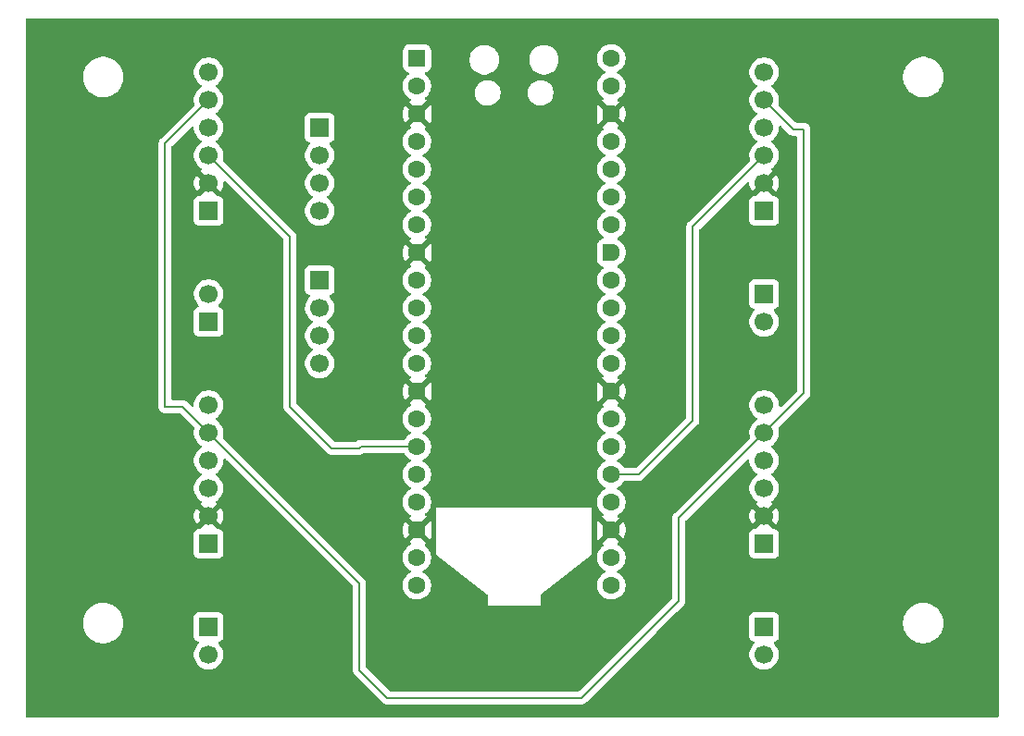
<source format=gbr>
%TF.GenerationSoftware,KiCad,Pcbnew,9.0.2*%
%TF.CreationDate,2025-07-04T09:03:12+10:00*%
%TF.ProjectId,motor-controller-pcb,6d6f746f-722d-4636-9f6e-74726f6c6c65,rev?*%
%TF.SameCoordinates,Original*%
%TF.FileFunction,Copper,L2,Bot*%
%TF.FilePolarity,Positive*%
%FSLAX46Y46*%
G04 Gerber Fmt 4.6, Leading zero omitted, Abs format (unit mm)*
G04 Created by KiCad (PCBNEW 9.0.2) date 2025-07-04 09:03:12*
%MOMM*%
%LPD*%
G01*
G04 APERTURE LIST*
G04 Aperture macros list*
%AMRoundRect*
0 Rectangle with rounded corners*
0 $1 Rounding radius*
0 $2 $3 $4 $5 $6 $7 $8 $9 X,Y pos of 4 corners*
0 Add a 4 corners polygon primitive as box body*
4,1,4,$2,$3,$4,$5,$6,$7,$8,$9,$2,$3,0*
0 Add four circle primitives for the rounded corners*
1,1,$1+$1,$2,$3*
1,1,$1+$1,$4,$5*
1,1,$1+$1,$6,$7*
1,1,$1+$1,$8,$9*
0 Add four rect primitives between the rounded corners*
20,1,$1+$1,$2,$3,$4,$5,0*
20,1,$1+$1,$4,$5,$6,$7,0*
20,1,$1+$1,$6,$7,$8,$9,0*
20,1,$1+$1,$8,$9,$2,$3,0*%
%AMFreePoly0*
4,1,37,0.603843,0.796157,0.639018,0.796157,0.711114,0.766294,0.766294,0.711114,0.796157,0.639018,0.796157,0.603843,0.800000,0.600000,0.800000,-0.600000,0.796157,-0.603843,0.796157,-0.639018,0.766294,-0.711114,0.711114,-0.766294,0.639018,-0.796157,0.603843,-0.796157,0.600000,-0.800000,0.000000,-0.800000,0.000000,-0.796148,-0.078414,-0.796148,-0.232228,-0.765552,-0.377117,-0.705537,
-0.507515,-0.618408,-0.618408,-0.507515,-0.705537,-0.377117,-0.765552,-0.232228,-0.796148,-0.078414,-0.796148,0.078414,-0.765552,0.232228,-0.705537,0.377117,-0.618408,0.507515,-0.507515,0.618408,-0.377117,0.705537,-0.232228,0.765552,-0.078414,0.796148,0.000000,0.796148,0.000000,0.800000,0.600000,0.800000,0.603843,0.796157,0.603843,0.796157,$1*%
%AMFreePoly1*
4,1,37,0.000000,0.796148,0.078414,0.796148,0.232228,0.765552,0.377117,0.705537,0.507515,0.618408,0.618408,0.507515,0.705537,0.377117,0.765552,0.232228,0.796148,0.078414,0.796148,-0.078414,0.765552,-0.232228,0.705537,-0.377117,0.618408,-0.507515,0.507515,-0.618408,0.377117,-0.705537,0.232228,-0.765552,0.078414,-0.796148,0.000000,-0.796148,0.000000,-0.800000,-0.600000,-0.800000,
-0.603843,-0.796157,-0.639018,-0.796157,-0.711114,-0.766294,-0.766294,-0.711114,-0.796157,-0.639018,-0.796157,-0.603843,-0.800000,-0.600000,-0.800000,0.600000,-0.796157,0.603843,-0.796157,0.639018,-0.766294,0.711114,-0.711114,0.766294,-0.639018,0.796157,-0.603843,0.796157,-0.600000,0.800000,0.000000,0.800000,0.000000,0.796148,0.000000,0.796148,$1*%
G04 Aperture macros list end*
%TA.AperFunction,ComponentPad*%
%ADD10C,1.700000*%
%TD*%
%TA.AperFunction,ComponentPad*%
%ADD11R,1.700000X1.700000*%
%TD*%
%TA.AperFunction,ComponentPad*%
%ADD12RoundRect,0.200000X-0.600000X-0.600000X0.600000X-0.600000X0.600000X0.600000X-0.600000X0.600000X0*%
%TD*%
%TA.AperFunction,ComponentPad*%
%ADD13C,1.600000*%
%TD*%
%TA.AperFunction,ComponentPad*%
%ADD14FreePoly0,0.000000*%
%TD*%
%TA.AperFunction,ComponentPad*%
%ADD15FreePoly1,0.000000*%
%TD*%
%TA.AperFunction,Conductor*%
%ADD16C,0.200000*%
%TD*%
G04 APERTURE END LIST*
D10*
%TO.P,M4,2,Pin_2*%
%TO.N,Net-(J4-Pin_1)*%
X175445000Y-112900000D03*
D11*
%TO.P,M4,1,Pin_1*%
%TO.N,Net-(J4-Pin_6)*%
X175445000Y-110360000D03*
%TD*%
%TO.P,M3,1,Pin_1*%
%TO.N,Net-(J3-Pin_6)*%
X124645000Y-110360000D03*
D10*
%TO.P,M3,2,Pin_2*%
%TO.N,Net-(J3-Pin_1)*%
X124645000Y-112900000D03*
%TD*%
D11*
%TO.P,M2,1,Pin_1*%
%TO.N,Net-(J2-Pin_6)*%
X175445000Y-79880000D03*
D10*
%TO.P,M2,2,Pin_2*%
%TO.N,Net-(J2-Pin_1)*%
X175445000Y-82420000D03*
%TD*%
%TO.P,M1,2,Pin_2*%
%TO.N,Net-(J1-Pin_1)*%
X124645000Y-79880000D03*
D11*
%TO.P,M1,1,Pin_1*%
%TO.N,Net-(J1-Pin_6)*%
X124645000Y-82420000D03*
%TD*%
%TO.P,J6,1,Pin_1*%
%TO.N,Net-(A1-GPIO6)*%
X134805000Y-78610000D03*
D10*
%TO.P,J6,2,Pin_2*%
%TO.N,Net-(A1-GPIO7)*%
X134805000Y-81150000D03*
%TO.P,J6,3,Pin_3*%
%TO.N,Net-(A1-GPIO8)*%
X134805000Y-83690000D03*
%TO.P,J6,4,Pin_4*%
%TO.N,Net-(A1-GPIO9)*%
X134805000Y-86230000D03*
%TD*%
D11*
%TO.P,J5,1,Pin_1*%
%TO.N,Net-(A1-GPIO2)*%
X134805000Y-64640000D03*
D10*
%TO.P,J5,2,Pin_2*%
%TO.N,Net-(A1-GPIO3)*%
X134805000Y-67180000D03*
%TO.P,J5,3,Pin_3*%
%TO.N,Net-(A1-GPIO4)*%
X134805000Y-69720000D03*
%TO.P,J5,4,Pin_4*%
%TO.N,Net-(A1-GPIO5)*%
X134805000Y-72260000D03*
%TD*%
D11*
%TO.P,J4,1,Pin_1*%
%TO.N,Net-(J4-Pin_1)*%
X175445000Y-102740000D03*
D10*
%TO.P,J4,2,Pin_2*%
%TO.N,GND*%
X175445000Y-100200000D03*
%TO.P,J4,3,Pin_3*%
%TO.N,/Encoder 4*%
X175445000Y-97660000D03*
%TO.P,J4,4,Pin_4*%
%TO.N,unconnected-(J4-Pin_4-Pad4)*%
X175445000Y-95120000D03*
%TO.P,J4,5,Pin_5*%
%TO.N,+5V*%
X175445000Y-92580000D03*
%TO.P,J4,6,Pin_6*%
%TO.N,Net-(J4-Pin_6)*%
X175445000Y-90040000D03*
%TD*%
D11*
%TO.P,J3,1,Pin_1*%
%TO.N,Net-(J3-Pin_1)*%
X124645000Y-102740000D03*
D10*
%TO.P,J3,2,Pin_2*%
%TO.N,GND*%
X124645000Y-100200000D03*
%TO.P,J3,3,Pin_3*%
%TO.N,/Encoder 3*%
X124645000Y-97660000D03*
%TO.P,J3,4,Pin_4*%
%TO.N,unconnected-(J3-Pin_4-Pad4)*%
X124645000Y-95120000D03*
%TO.P,J3,5,Pin_5*%
%TO.N,+5V*%
X124645000Y-92580000D03*
%TO.P,J3,6,Pin_6*%
%TO.N,Net-(J3-Pin_6)*%
X124645000Y-90040000D03*
%TD*%
D11*
%TO.P,J2,1,Pin_1*%
%TO.N,Net-(J2-Pin_1)*%
X175445000Y-72260000D03*
D10*
%TO.P,J2,2,Pin_2*%
%TO.N,GND*%
X175445000Y-69720000D03*
%TO.P,J2,3,Pin_3*%
%TO.N,/Encoder 2*%
X175445000Y-67180000D03*
%TO.P,J2,4,Pin_4*%
%TO.N,unconnected-(J2-Pin_4-Pad4)*%
X175445000Y-64640000D03*
%TO.P,J2,5,Pin_5*%
%TO.N,+5V*%
X175445000Y-62100000D03*
%TO.P,J2,6,Pin_6*%
%TO.N,Net-(J2-Pin_6)*%
X175445000Y-59560000D03*
%TD*%
D11*
%TO.P,J1,1,Pin_1*%
%TO.N,Net-(J1-Pin_1)*%
X124645000Y-72260000D03*
D10*
%TO.P,J1,2,Pin_2*%
%TO.N,GND*%
X124645000Y-69720000D03*
%TO.P,J1,3,Pin_3*%
%TO.N,/Encoder 1*%
X124645000Y-67180000D03*
%TO.P,J1,4,Pin_4*%
%TO.N,unconnected-(J1-Pin_4-Pad4)*%
X124645000Y-64640000D03*
%TO.P,J1,5,Pin_5*%
%TO.N,+5V*%
X124645000Y-62100000D03*
%TO.P,J1,6,Pin_6*%
%TO.N,Net-(J1-Pin_6)*%
X124645000Y-59560000D03*
%TD*%
D12*
%TO.P,A1,1,GPIO0*%
%TO.N,unconnected-(A1-GPIO0-Pad1)*%
X143695000Y-58290000D03*
D13*
%TO.P,A1,2,GPIO1*%
%TO.N,unconnected-(A1-GPIO1-Pad2)_1*%
X143695000Y-60830000D03*
D14*
%TO.P,A1,3,GND*%
%TO.N,GND*%
X143695000Y-63370000D03*
D13*
%TO.P,A1,4,GPIO2*%
%TO.N,Net-(A1-GPIO2)*%
X143695000Y-65910000D03*
%TO.P,A1,5,GPIO3*%
%TO.N,Net-(A1-GPIO3)*%
X143695000Y-68450000D03*
%TO.P,A1,6,GPIO4*%
%TO.N,Net-(A1-GPIO4)*%
X143695000Y-70990000D03*
%TO.P,A1,7,GPIO5*%
%TO.N,Net-(A1-GPIO5)*%
X143695000Y-73530000D03*
D14*
%TO.P,A1,8,GND*%
%TO.N,GND*%
X143695000Y-76070000D03*
D13*
%TO.P,A1,9,GPIO6*%
%TO.N,Net-(A1-GPIO6)*%
X143695000Y-78610000D03*
%TO.P,A1,10,GPIO7*%
%TO.N,Net-(A1-GPIO7)*%
X143695000Y-81150000D03*
%TO.P,A1,11,GPIO8*%
%TO.N,Net-(A1-GPIO8)*%
X143695000Y-83690000D03*
%TO.P,A1,12,GPIO9*%
%TO.N,Net-(A1-GPIO9)*%
X143695000Y-86230000D03*
D14*
%TO.P,A1,13,GND*%
%TO.N,GND*%
X143695000Y-88770000D03*
D13*
%TO.P,A1,14,GPIO10*%
%TO.N,unconnected-(A1-GPIO10-Pad14)_1*%
X143695000Y-91310000D03*
%TO.P,A1,15,GPIO11*%
%TO.N,/Encoder 1*%
X143695000Y-93850000D03*
%TO.P,A1,16,GPIO12*%
%TO.N,unconnected-(A1-GPIO12-Pad16)_1*%
X143695000Y-96390000D03*
%TO.P,A1,17,GPIO13*%
%TO.N,/Encoder 3*%
X143695000Y-98930000D03*
D14*
%TO.P,A1,18,GND*%
%TO.N,GND*%
X143695000Y-101470000D03*
D13*
%TO.P,A1,19,GPIO14*%
%TO.N,unconnected-(A1-GPIO14-Pad19)*%
X143695000Y-104010000D03*
%TO.P,A1,20,GPIO15*%
%TO.N,unconnected-(A1-GPIO15-Pad20)*%
X143695000Y-106550000D03*
%TO.P,A1,21,GPIO16*%
%TO.N,unconnected-(A1-GPIO16-Pad21)*%
X161475000Y-106550000D03*
%TO.P,A1,22,GPIO17*%
%TO.N,unconnected-(A1-GPIO17-Pad22)_1*%
X161475000Y-104010000D03*
D15*
%TO.P,A1,23,GND*%
%TO.N,GND*%
X161475000Y-101470000D03*
D13*
%TO.P,A1,24,GPIO18*%
%TO.N,unconnected-(A1-GPIO18-Pad24)*%
X161475000Y-98930000D03*
%TO.P,A1,25,GPIO19*%
%TO.N,/Encoder 2*%
X161475000Y-96390000D03*
%TO.P,A1,26,GPIO20*%
%TO.N,unconnected-(A1-GPIO20-Pad26)_1*%
X161475000Y-93850000D03*
%TO.P,A1,27,GPIO21*%
%TO.N,/Encoder 4*%
X161475000Y-91310000D03*
D15*
%TO.P,A1,28,GND*%
%TO.N,GND*%
X161475000Y-88770000D03*
D13*
%TO.P,A1,29,GPIO22*%
%TO.N,unconnected-(A1-GPIO22-Pad29)_1*%
X161475000Y-86230000D03*
%TO.P,A1,30,RUN*%
%TO.N,unconnected-(A1-RUN-Pad30)*%
X161475000Y-83690000D03*
%TO.P,A1,31,GPIO26_ADC0*%
%TO.N,unconnected-(A1-GPIO26_ADC0-Pad31)_1*%
X161475000Y-81150000D03*
%TO.P,A1,32,GPIO27_ADC1*%
%TO.N,unconnected-(A1-GPIO27_ADC1-Pad32)*%
X161475000Y-78610000D03*
D15*
%TO.P,A1,33,AGND*%
%TO.N,unconnected-(A1-AGND-Pad33)*%
X161475000Y-76070000D03*
D13*
%TO.P,A1,34,GPIO28_ADC2*%
%TO.N,unconnected-(A1-GPIO28_ADC2-Pad34)_1*%
X161475000Y-73530000D03*
%TO.P,A1,35,ADC_VREF*%
%TO.N,unconnected-(A1-ADC_VREF-Pad35)*%
X161475000Y-70990000D03*
%TO.P,A1,36,3V3*%
%TO.N,unconnected-(A1-3V3-Pad36)*%
X161475000Y-68450000D03*
%TO.P,A1,37,3V3_EN*%
%TO.N,unconnected-(A1-3V3_EN-Pad37)*%
X161475000Y-65910000D03*
D15*
%TO.P,A1,38,GND*%
%TO.N,GND*%
X161475000Y-63370000D03*
D13*
%TO.P,A1,39,VSYS*%
%TO.N,unconnected-(A1-VSYS-Pad39)*%
X161475000Y-60830000D03*
%TO.P,A1,40,VBUS*%
%TO.N,+5V*%
X161475000Y-58290000D03*
%TD*%
D16*
%TO.N,+5V*%
X179070000Y-88955000D02*
X179070000Y-64770000D01*
X175445000Y-92580000D02*
X179070000Y-88955000D01*
X179070000Y-64770000D02*
X178115000Y-64770000D01*
X178115000Y-64770000D02*
X175445000Y-62100000D01*
X158750000Y-116840000D02*
X167640000Y-107950000D01*
X140970000Y-116840000D02*
X158750000Y-116840000D01*
X138430000Y-106365000D02*
X138430000Y-114300000D01*
X124645000Y-92580000D02*
X138430000Y-106365000D01*
X138430000Y-114300000D02*
X140970000Y-116840000D01*
X167640000Y-107950000D02*
X167640000Y-100385000D01*
X167640000Y-100385000D02*
X175445000Y-92580000D01*
X120650000Y-66095000D02*
X120650000Y-90170000D01*
X124645000Y-62100000D02*
X120650000Y-66095000D01*
X120650000Y-90170000D02*
X122235000Y-90170000D01*
X122235000Y-90170000D02*
X124645000Y-92580000D01*
%TO.N,/Encoder 1*%
X124645000Y-67180000D02*
X132080000Y-74615000D01*
X132080000Y-74615000D02*
X132080000Y-90170000D01*
X132080000Y-90170000D02*
X135890000Y-93980000D01*
X135890000Y-93980000D02*
X138430000Y-93980000D01*
X138430000Y-93980000D02*
X138560000Y-93850000D01*
X138560000Y-93850000D02*
X143695000Y-93850000D01*
%TO.N,/Encoder 2*%
X168910000Y-73715000D02*
X168910000Y-91440000D01*
X175445000Y-67180000D02*
X168910000Y-73715000D01*
X168910000Y-91440000D02*
X163960000Y-96390000D01*
X163960000Y-96390000D02*
X161475000Y-96390000D01*
%TD*%
%TA.AperFunction,Conductor*%
%TO.N,GND*%
G36*
X196842539Y-54660185D02*
G01*
X196888294Y-54712989D01*
X196899500Y-54764500D01*
X196899500Y-118515500D01*
X196879815Y-118582539D01*
X196827011Y-118628294D01*
X196775500Y-118639500D01*
X108024500Y-118639500D01*
X107957461Y-118619815D01*
X107911706Y-118567011D01*
X107900500Y-118515500D01*
X107900500Y-109878711D01*
X113149500Y-109878711D01*
X113149500Y-110121288D01*
X113181161Y-110361785D01*
X113243947Y-110596104D01*
X113336773Y-110820205D01*
X113336776Y-110820212D01*
X113458064Y-111030289D01*
X113458066Y-111030292D01*
X113458067Y-111030293D01*
X113605733Y-111222736D01*
X113605739Y-111222743D01*
X113777256Y-111394260D01*
X113777262Y-111394265D01*
X113969711Y-111541936D01*
X114179788Y-111663224D01*
X114403900Y-111756054D01*
X114638211Y-111818838D01*
X114818586Y-111842584D01*
X114878711Y-111850500D01*
X114878712Y-111850500D01*
X115121289Y-111850500D01*
X115169388Y-111844167D01*
X115361789Y-111818838D01*
X115596100Y-111756054D01*
X115820212Y-111663224D01*
X116030289Y-111541936D01*
X116222738Y-111394265D01*
X116394265Y-111222738D01*
X116541936Y-111030289D01*
X116663224Y-110820212D01*
X116756054Y-110596100D01*
X116818838Y-110361789D01*
X116850500Y-110121288D01*
X116850500Y-109878712D01*
X116818838Y-109638211D01*
X116771658Y-109462135D01*
X123294500Y-109462135D01*
X123294500Y-111257870D01*
X123294501Y-111257876D01*
X123300908Y-111317483D01*
X123351202Y-111452328D01*
X123351206Y-111452335D01*
X123437452Y-111567544D01*
X123437455Y-111567547D01*
X123552664Y-111653793D01*
X123552671Y-111653797D01*
X123684082Y-111702810D01*
X123740016Y-111744681D01*
X123764433Y-111810145D01*
X123749582Y-111878418D01*
X123728431Y-111906673D01*
X123614889Y-112020215D01*
X123489951Y-112192179D01*
X123393444Y-112381585D01*
X123327753Y-112583760D01*
X123294500Y-112793713D01*
X123294500Y-113006286D01*
X123327753Y-113216239D01*
X123393444Y-113418414D01*
X123489951Y-113607820D01*
X123614890Y-113779786D01*
X123765213Y-113930109D01*
X123937179Y-114055048D01*
X123937181Y-114055049D01*
X123937184Y-114055051D01*
X124126588Y-114151557D01*
X124328757Y-114217246D01*
X124538713Y-114250500D01*
X124538714Y-114250500D01*
X124751286Y-114250500D01*
X124751287Y-114250500D01*
X124961243Y-114217246D01*
X125163412Y-114151557D01*
X125352816Y-114055051D01*
X125392442Y-114026261D01*
X125524786Y-113930109D01*
X125524788Y-113930106D01*
X125524792Y-113930104D01*
X125675104Y-113779792D01*
X125675106Y-113779788D01*
X125675109Y-113779786D01*
X125800048Y-113607820D01*
X125800047Y-113607820D01*
X125800051Y-113607816D01*
X125896557Y-113418412D01*
X125962246Y-113216243D01*
X125995500Y-113006287D01*
X125995500Y-112793713D01*
X125962246Y-112583757D01*
X125896557Y-112381588D01*
X125800051Y-112192184D01*
X125800049Y-112192181D01*
X125800048Y-112192179D01*
X125675109Y-112020213D01*
X125561569Y-111906673D01*
X125528084Y-111845350D01*
X125533068Y-111775658D01*
X125574940Y-111719725D01*
X125605915Y-111702810D01*
X125737331Y-111653796D01*
X125852546Y-111567546D01*
X125938796Y-111452331D01*
X125989091Y-111317483D01*
X125995500Y-111257873D01*
X125995499Y-109462128D01*
X125989091Y-109402517D01*
X125938796Y-109267669D01*
X125938795Y-109267668D01*
X125938793Y-109267664D01*
X125852547Y-109152455D01*
X125852544Y-109152452D01*
X125737335Y-109066206D01*
X125737328Y-109066202D01*
X125602482Y-109015908D01*
X125602483Y-109015908D01*
X125542883Y-109009501D01*
X125542881Y-109009500D01*
X125542873Y-109009500D01*
X125542864Y-109009500D01*
X123747129Y-109009500D01*
X123747123Y-109009501D01*
X123687516Y-109015908D01*
X123552671Y-109066202D01*
X123552664Y-109066206D01*
X123437455Y-109152452D01*
X123437452Y-109152455D01*
X123351206Y-109267664D01*
X123351202Y-109267671D01*
X123300908Y-109402517D01*
X123294501Y-109462116D01*
X123294501Y-109462123D01*
X123294500Y-109462135D01*
X116771658Y-109462135D01*
X116756054Y-109403900D01*
X116663224Y-109179788D01*
X116541936Y-108969711D01*
X116394265Y-108777262D01*
X116394260Y-108777256D01*
X116222743Y-108605739D01*
X116222736Y-108605733D01*
X116030293Y-108458067D01*
X116030292Y-108458066D01*
X116030289Y-108458064D01*
X115820212Y-108336776D01*
X115776614Y-108318717D01*
X115596104Y-108243947D01*
X115478944Y-108212554D01*
X115361789Y-108181162D01*
X115361788Y-108181161D01*
X115361785Y-108181161D01*
X115121289Y-108149500D01*
X115121288Y-108149500D01*
X114878712Y-108149500D01*
X114878711Y-108149500D01*
X114638214Y-108181161D01*
X114403895Y-108243947D01*
X114179794Y-108336773D01*
X114179785Y-108336777D01*
X113969706Y-108458067D01*
X113777263Y-108605733D01*
X113777256Y-108605739D01*
X113605739Y-108777256D01*
X113605733Y-108777263D01*
X113458067Y-108969706D01*
X113336777Y-109179785D01*
X113336773Y-109179794D01*
X113243947Y-109403895D01*
X113181161Y-109638214D01*
X113149500Y-109878711D01*
X107900500Y-109878711D01*
X107900500Y-66015943D01*
X120049499Y-66015943D01*
X120049499Y-66174057D01*
X120049500Y-66174060D01*
X120049500Y-90090943D01*
X120049500Y-90249057D01*
X120078221Y-90356243D01*
X120090423Y-90401783D01*
X120090426Y-90401790D01*
X120169475Y-90538709D01*
X120169479Y-90538714D01*
X120169480Y-90538716D01*
X120281284Y-90650520D01*
X120281286Y-90650521D01*
X120281290Y-90650524D01*
X120418209Y-90729573D01*
X120418216Y-90729577D01*
X120570943Y-90770500D01*
X121934903Y-90770500D01*
X122001942Y-90790185D01*
X122022584Y-90806819D01*
X123311241Y-92095476D01*
X123344726Y-92156799D01*
X123341492Y-92221473D01*
X123327753Y-92263757D01*
X123294500Y-92473713D01*
X123294500Y-92686286D01*
X123327753Y-92896239D01*
X123327753Y-92896241D01*
X123327754Y-92896243D01*
X123382431Y-93064522D01*
X123393444Y-93098414D01*
X123489951Y-93287820D01*
X123614890Y-93459786D01*
X123765213Y-93610109D01*
X123937182Y-93735050D01*
X123945946Y-93739516D01*
X123996742Y-93787491D01*
X124013536Y-93855312D01*
X123990998Y-93921447D01*
X123945946Y-93960484D01*
X123937182Y-93964949D01*
X123765213Y-94089890D01*
X123614890Y-94240213D01*
X123489951Y-94412179D01*
X123393444Y-94601585D01*
X123327753Y-94803760D01*
X123295914Y-95004786D01*
X123294500Y-95013713D01*
X123294500Y-95226287D01*
X123327754Y-95436243D01*
X123362370Y-95542781D01*
X123393444Y-95638414D01*
X123489951Y-95827820D01*
X123614890Y-95999786D01*
X123765213Y-96150109D01*
X123937182Y-96275050D01*
X123945946Y-96279516D01*
X123996742Y-96327491D01*
X124013536Y-96395312D01*
X123990998Y-96461447D01*
X123945946Y-96500484D01*
X123937182Y-96504949D01*
X123765213Y-96629890D01*
X123614890Y-96780213D01*
X123489951Y-96952179D01*
X123393444Y-97141585D01*
X123327753Y-97343760D01*
X123302645Y-97502287D01*
X123294500Y-97553713D01*
X123294500Y-97766287D01*
X123327754Y-97976243D01*
X123362370Y-98082781D01*
X123393444Y-98178414D01*
X123489951Y-98367820D01*
X123614890Y-98539786D01*
X123765213Y-98690109D01*
X123937179Y-98815048D01*
X123937181Y-98815049D01*
X123937184Y-98815051D01*
X123946493Y-98819794D01*
X123997290Y-98867766D01*
X124014087Y-98935587D01*
X123991552Y-99001722D01*
X123946505Y-99040760D01*
X123937446Y-99045376D01*
X123937440Y-99045380D01*
X123883282Y-99084727D01*
X123883282Y-99084728D01*
X124515591Y-99717037D01*
X124452007Y-99734075D01*
X124337993Y-99799901D01*
X124244901Y-99892993D01*
X124179075Y-100007007D01*
X124162037Y-100070591D01*
X123529728Y-99438282D01*
X123529727Y-99438282D01*
X123490380Y-99492439D01*
X123393904Y-99681782D01*
X123328242Y-99883869D01*
X123328242Y-99883872D01*
X123295000Y-100093753D01*
X123295000Y-100306246D01*
X123328242Y-100516127D01*
X123328242Y-100516130D01*
X123393904Y-100718217D01*
X123490375Y-100907550D01*
X123529728Y-100961716D01*
X124162037Y-100329408D01*
X124179075Y-100392993D01*
X124244901Y-100507007D01*
X124337993Y-100600099D01*
X124452007Y-100665925D01*
X124515590Y-100682962D01*
X123845370Y-101353181D01*
X123784047Y-101386666D01*
X123757698Y-101389500D01*
X123747134Y-101389500D01*
X123747123Y-101389501D01*
X123687516Y-101395908D01*
X123552671Y-101446202D01*
X123552664Y-101446206D01*
X123437455Y-101532452D01*
X123437452Y-101532455D01*
X123351206Y-101647664D01*
X123351202Y-101647671D01*
X123300908Y-101782517D01*
X123296497Y-101823552D01*
X123294501Y-101842123D01*
X123294500Y-101842135D01*
X123294500Y-103637870D01*
X123294501Y-103637876D01*
X123300908Y-103697483D01*
X123351202Y-103832328D01*
X123351206Y-103832335D01*
X123437452Y-103947544D01*
X123437455Y-103947547D01*
X123552664Y-104033793D01*
X123552671Y-104033797D01*
X123687517Y-104084091D01*
X123687516Y-104084091D01*
X123694444Y-104084835D01*
X123747127Y-104090500D01*
X125542872Y-104090499D01*
X125602483Y-104084091D01*
X125737331Y-104033796D01*
X125852546Y-103947546D01*
X125938796Y-103832331D01*
X125989091Y-103697483D01*
X125995500Y-103637873D01*
X125995499Y-101842128D01*
X125989091Y-101782517D01*
X125944511Y-101662993D01*
X125938797Y-101647671D01*
X125938793Y-101647664D01*
X125852547Y-101532455D01*
X125852544Y-101532452D01*
X125737335Y-101446206D01*
X125737328Y-101446202D01*
X125602482Y-101395908D01*
X125602483Y-101395908D01*
X125542883Y-101389501D01*
X125542881Y-101389500D01*
X125542873Y-101389500D01*
X125542865Y-101389500D01*
X125532309Y-101389500D01*
X125465270Y-101369815D01*
X125444628Y-101353181D01*
X124774408Y-100682962D01*
X124837993Y-100665925D01*
X124952007Y-100600099D01*
X125045099Y-100507007D01*
X125110925Y-100392993D01*
X125127962Y-100329409D01*
X125760270Y-100961717D01*
X125760270Y-100961716D01*
X125799622Y-100907554D01*
X125896095Y-100718217D01*
X125961757Y-100516130D01*
X125961757Y-100516127D01*
X125995000Y-100306246D01*
X125995000Y-100093753D01*
X125961757Y-99883872D01*
X125961757Y-99883869D01*
X125896095Y-99681782D01*
X125799624Y-99492449D01*
X125760270Y-99438282D01*
X125760269Y-99438282D01*
X125127962Y-100070590D01*
X125110925Y-100007007D01*
X125045099Y-99892993D01*
X124952007Y-99799901D01*
X124837993Y-99734075D01*
X124774409Y-99717037D01*
X125406716Y-99084728D01*
X125352547Y-99045373D01*
X125352547Y-99045372D01*
X125343500Y-99040763D01*
X125292706Y-98992788D01*
X125275912Y-98924966D01*
X125298451Y-98858832D01*
X125343508Y-98819793D01*
X125352816Y-98815051D01*
X125432007Y-98757515D01*
X125524786Y-98690109D01*
X125524788Y-98690106D01*
X125524792Y-98690104D01*
X125675104Y-98539792D01*
X125675106Y-98539788D01*
X125675109Y-98539786D01*
X125800048Y-98367820D01*
X125800047Y-98367820D01*
X125800051Y-98367816D01*
X125896557Y-98178412D01*
X125962246Y-97976243D01*
X125995500Y-97766287D01*
X125995500Y-97553713D01*
X125962246Y-97343757D01*
X125896557Y-97141588D01*
X125800051Y-96952184D01*
X125800049Y-96952181D01*
X125800048Y-96952179D01*
X125675109Y-96780213D01*
X125524786Y-96629890D01*
X125352820Y-96504951D01*
X125352115Y-96504591D01*
X125344054Y-96500485D01*
X125293259Y-96452512D01*
X125276463Y-96384692D01*
X125298999Y-96318556D01*
X125344054Y-96279515D01*
X125352816Y-96275051D01*
X125374789Y-96259086D01*
X125524786Y-96150109D01*
X125524788Y-96150106D01*
X125524792Y-96150104D01*
X125675104Y-95999792D01*
X125675106Y-95999788D01*
X125675109Y-95999786D01*
X125800048Y-95827820D01*
X125800047Y-95827820D01*
X125800051Y-95827816D01*
X125896557Y-95638412D01*
X125962246Y-95436243D01*
X125995500Y-95226287D01*
X125995500Y-95079096D01*
X126015185Y-95012058D01*
X126067989Y-94966303D01*
X126137147Y-94956359D01*
X126200703Y-94985384D01*
X126207181Y-94991416D01*
X137793181Y-106577416D01*
X137826666Y-106638739D01*
X137829500Y-106665097D01*
X137829500Y-114213330D01*
X137829499Y-114213348D01*
X137829499Y-114379054D01*
X137829498Y-114379054D01*
X137870423Y-114531785D01*
X137899358Y-114581900D01*
X137899359Y-114581904D01*
X137899360Y-114581904D01*
X137949479Y-114668714D01*
X137949481Y-114668717D01*
X138068349Y-114787585D01*
X138068355Y-114787590D01*
X140485139Y-117204374D01*
X140485149Y-117204385D01*
X140489479Y-117208715D01*
X140489480Y-117208716D01*
X140601284Y-117320520D01*
X140601286Y-117320521D01*
X140601290Y-117320524D01*
X140738209Y-117399573D01*
X140738216Y-117399577D01*
X140850019Y-117429534D01*
X140890942Y-117440500D01*
X140890943Y-117440500D01*
X158663331Y-117440500D01*
X158663347Y-117440501D01*
X158670943Y-117440501D01*
X158829054Y-117440501D01*
X158829057Y-117440501D01*
X158981785Y-117399577D01*
X159031904Y-117370639D01*
X159118716Y-117320520D01*
X159230520Y-117208716D01*
X159230520Y-117208714D01*
X159240728Y-117198507D01*
X159240729Y-117198504D01*
X165619030Y-110820205D01*
X166977101Y-109462135D01*
X174094500Y-109462135D01*
X174094500Y-111257870D01*
X174094501Y-111257876D01*
X174100908Y-111317483D01*
X174151202Y-111452328D01*
X174151206Y-111452335D01*
X174237452Y-111567544D01*
X174237455Y-111567547D01*
X174352664Y-111653793D01*
X174352671Y-111653797D01*
X174484082Y-111702810D01*
X174540016Y-111744681D01*
X174564433Y-111810145D01*
X174549582Y-111878418D01*
X174528431Y-111906673D01*
X174414889Y-112020215D01*
X174289951Y-112192179D01*
X174193444Y-112381585D01*
X174127753Y-112583760D01*
X174094500Y-112793713D01*
X174094500Y-113006286D01*
X174127753Y-113216239D01*
X174193444Y-113418414D01*
X174289951Y-113607820D01*
X174414890Y-113779786D01*
X174565213Y-113930109D01*
X174737179Y-114055048D01*
X174737181Y-114055049D01*
X174737184Y-114055051D01*
X174926588Y-114151557D01*
X175128757Y-114217246D01*
X175338713Y-114250500D01*
X175338714Y-114250500D01*
X175551286Y-114250500D01*
X175551287Y-114250500D01*
X175761243Y-114217246D01*
X175963412Y-114151557D01*
X176152816Y-114055051D01*
X176192442Y-114026261D01*
X176324786Y-113930109D01*
X176324788Y-113930106D01*
X176324792Y-113930104D01*
X176475104Y-113779792D01*
X176475106Y-113779788D01*
X176475109Y-113779786D01*
X176600048Y-113607820D01*
X176600047Y-113607820D01*
X176600051Y-113607816D01*
X176696557Y-113418412D01*
X176762246Y-113216243D01*
X176795500Y-113006287D01*
X176795500Y-112793713D01*
X176762246Y-112583757D01*
X176696557Y-112381588D01*
X176600051Y-112192184D01*
X176600049Y-112192181D01*
X176600048Y-112192179D01*
X176475109Y-112020213D01*
X176361569Y-111906673D01*
X176328084Y-111845350D01*
X176333068Y-111775658D01*
X176374940Y-111719725D01*
X176405915Y-111702810D01*
X176537331Y-111653796D01*
X176652546Y-111567546D01*
X176738796Y-111452331D01*
X176789091Y-111317483D01*
X176795500Y-111257873D01*
X176795499Y-109878711D01*
X188149500Y-109878711D01*
X188149500Y-110121288D01*
X188181161Y-110361785D01*
X188243947Y-110596104D01*
X188336773Y-110820205D01*
X188336776Y-110820212D01*
X188458064Y-111030289D01*
X188458066Y-111030292D01*
X188458067Y-111030293D01*
X188605733Y-111222736D01*
X188605739Y-111222743D01*
X188777256Y-111394260D01*
X188777262Y-111394265D01*
X188969711Y-111541936D01*
X189179788Y-111663224D01*
X189403900Y-111756054D01*
X189638211Y-111818838D01*
X189818586Y-111842584D01*
X189878711Y-111850500D01*
X189878712Y-111850500D01*
X190121289Y-111850500D01*
X190169388Y-111844167D01*
X190361789Y-111818838D01*
X190596100Y-111756054D01*
X190820212Y-111663224D01*
X191030289Y-111541936D01*
X191222738Y-111394265D01*
X191394265Y-111222738D01*
X191541936Y-111030289D01*
X191663224Y-110820212D01*
X191756054Y-110596100D01*
X191818838Y-110361789D01*
X191850500Y-110121288D01*
X191850500Y-109878712D01*
X191818838Y-109638211D01*
X191756054Y-109403900D01*
X191663224Y-109179788D01*
X191541936Y-108969711D01*
X191394265Y-108777262D01*
X191394260Y-108777256D01*
X191222743Y-108605739D01*
X191222736Y-108605733D01*
X191030293Y-108458067D01*
X191030292Y-108458066D01*
X191030289Y-108458064D01*
X190820212Y-108336776D01*
X190776614Y-108318717D01*
X190596104Y-108243947D01*
X190478944Y-108212554D01*
X190361789Y-108181162D01*
X190361788Y-108181161D01*
X190361785Y-108181161D01*
X190121289Y-108149500D01*
X190121288Y-108149500D01*
X189878712Y-108149500D01*
X189878711Y-108149500D01*
X189638214Y-108181161D01*
X189403895Y-108243947D01*
X189179794Y-108336773D01*
X189179785Y-108336777D01*
X188969706Y-108458067D01*
X188777263Y-108605733D01*
X188777256Y-108605739D01*
X188605739Y-108777256D01*
X188605733Y-108777263D01*
X188458067Y-108969706D01*
X188336777Y-109179785D01*
X188336773Y-109179794D01*
X188243947Y-109403895D01*
X188181161Y-109638214D01*
X188149500Y-109878711D01*
X176795499Y-109878711D01*
X176795499Y-109462128D01*
X176789091Y-109402517D01*
X176738796Y-109267669D01*
X176738795Y-109267668D01*
X176738793Y-109267664D01*
X176652547Y-109152455D01*
X176652544Y-109152452D01*
X176537335Y-109066206D01*
X176537328Y-109066202D01*
X176402482Y-109015908D01*
X176402483Y-109015908D01*
X176342883Y-109009501D01*
X176342881Y-109009500D01*
X176342873Y-109009500D01*
X176342864Y-109009500D01*
X174547129Y-109009500D01*
X174547123Y-109009501D01*
X174487516Y-109015908D01*
X174352671Y-109066202D01*
X174352664Y-109066206D01*
X174237455Y-109152452D01*
X174237452Y-109152455D01*
X174151206Y-109267664D01*
X174151202Y-109267671D01*
X174100908Y-109402517D01*
X174094501Y-109462116D01*
X174094501Y-109462123D01*
X174094500Y-109462135D01*
X166977101Y-109462135D01*
X167068111Y-109371125D01*
X167469530Y-108969706D01*
X168120520Y-108318716D01*
X168199577Y-108181784D01*
X168240501Y-108029057D01*
X168240501Y-107870942D01*
X168240501Y-107863347D01*
X168240500Y-107863329D01*
X168240500Y-100685096D01*
X168260185Y-100618057D01*
X168276814Y-100597420D01*
X173882819Y-94991414D01*
X173944142Y-94957930D01*
X174013834Y-94962914D01*
X174069767Y-95004786D01*
X174094184Y-95070250D01*
X174094500Y-95079096D01*
X174094500Y-95226287D01*
X174127754Y-95436243D01*
X174162370Y-95542781D01*
X174193444Y-95638414D01*
X174289951Y-95827820D01*
X174414890Y-95999786D01*
X174565213Y-96150109D01*
X174737182Y-96275050D01*
X174745946Y-96279516D01*
X174796742Y-96327491D01*
X174813536Y-96395312D01*
X174790998Y-96461447D01*
X174745946Y-96500484D01*
X174737182Y-96504949D01*
X174565213Y-96629890D01*
X174414890Y-96780213D01*
X174289951Y-96952179D01*
X174193444Y-97141585D01*
X174127753Y-97343760D01*
X174102645Y-97502287D01*
X174094500Y-97553713D01*
X174094500Y-97766287D01*
X174127754Y-97976243D01*
X174162370Y-98082781D01*
X174193444Y-98178414D01*
X174289951Y-98367820D01*
X174414890Y-98539786D01*
X174565213Y-98690109D01*
X174737179Y-98815048D01*
X174737181Y-98815049D01*
X174737184Y-98815051D01*
X174746493Y-98819794D01*
X174797290Y-98867766D01*
X174814087Y-98935587D01*
X174791552Y-99001722D01*
X174746505Y-99040760D01*
X174737446Y-99045376D01*
X174737440Y-99045380D01*
X174683282Y-99084727D01*
X174683282Y-99084728D01*
X175315591Y-99717037D01*
X175252007Y-99734075D01*
X175137993Y-99799901D01*
X175044901Y-99892993D01*
X174979075Y-100007007D01*
X174962037Y-100070591D01*
X174329728Y-99438282D01*
X174329727Y-99438282D01*
X174290380Y-99492439D01*
X174193904Y-99681782D01*
X174128242Y-99883869D01*
X174128242Y-99883872D01*
X174095000Y-100093753D01*
X174095000Y-100306246D01*
X174128242Y-100516127D01*
X174128242Y-100516130D01*
X174193904Y-100718217D01*
X174290375Y-100907550D01*
X174329728Y-100961716D01*
X174962037Y-100329408D01*
X174979075Y-100392993D01*
X175044901Y-100507007D01*
X175137993Y-100600099D01*
X175252007Y-100665925D01*
X175315590Y-100682962D01*
X174645370Y-101353181D01*
X174584047Y-101386666D01*
X174557698Y-101389500D01*
X174547134Y-101389500D01*
X174547123Y-101389501D01*
X174487516Y-101395908D01*
X174352671Y-101446202D01*
X174352664Y-101446206D01*
X174237455Y-101532452D01*
X174237452Y-101532455D01*
X174151206Y-101647664D01*
X174151202Y-101647671D01*
X174100908Y-101782517D01*
X174096497Y-101823552D01*
X174094501Y-101842123D01*
X174094500Y-101842135D01*
X174094500Y-103637870D01*
X174094501Y-103637876D01*
X174100908Y-103697483D01*
X174151202Y-103832328D01*
X174151206Y-103832335D01*
X174237452Y-103947544D01*
X174237455Y-103947547D01*
X174352664Y-104033793D01*
X174352671Y-104033797D01*
X174487517Y-104084091D01*
X174487516Y-104084091D01*
X174494444Y-104084835D01*
X174547127Y-104090500D01*
X176342872Y-104090499D01*
X176402483Y-104084091D01*
X176537331Y-104033796D01*
X176652546Y-103947546D01*
X176738796Y-103832331D01*
X176789091Y-103697483D01*
X176795500Y-103637873D01*
X176795499Y-101842128D01*
X176789091Y-101782517D01*
X176744511Y-101662993D01*
X176738797Y-101647671D01*
X176738793Y-101647664D01*
X176652547Y-101532455D01*
X176652544Y-101532452D01*
X176537335Y-101446206D01*
X176537328Y-101446202D01*
X176402482Y-101395908D01*
X176402483Y-101395908D01*
X176342883Y-101389501D01*
X176342881Y-101389500D01*
X176342873Y-101389500D01*
X176342865Y-101389500D01*
X176332309Y-101389500D01*
X176265270Y-101369815D01*
X176244628Y-101353181D01*
X175574408Y-100682962D01*
X175637993Y-100665925D01*
X175752007Y-100600099D01*
X175845099Y-100507007D01*
X175910925Y-100392993D01*
X175927962Y-100329408D01*
X176560270Y-100961717D01*
X176560270Y-100961716D01*
X176599622Y-100907554D01*
X176696095Y-100718217D01*
X176761757Y-100516130D01*
X176761757Y-100516127D01*
X176795000Y-100306246D01*
X176795000Y-100093753D01*
X176761757Y-99883872D01*
X176761757Y-99883869D01*
X176696095Y-99681782D01*
X176599624Y-99492449D01*
X176560270Y-99438282D01*
X176560269Y-99438282D01*
X175927962Y-100070590D01*
X175910925Y-100007007D01*
X175845099Y-99892993D01*
X175752007Y-99799901D01*
X175637993Y-99734075D01*
X175574409Y-99717037D01*
X176206716Y-99084728D01*
X176152547Y-99045373D01*
X176152547Y-99045372D01*
X176143500Y-99040763D01*
X176092706Y-98992788D01*
X176075912Y-98924966D01*
X176098451Y-98858832D01*
X176143508Y-98819793D01*
X176152816Y-98815051D01*
X176232007Y-98757515D01*
X176324786Y-98690109D01*
X176324788Y-98690106D01*
X176324792Y-98690104D01*
X176475104Y-98539792D01*
X176475106Y-98539788D01*
X176475109Y-98539786D01*
X176600048Y-98367820D01*
X176600047Y-98367820D01*
X176600051Y-98367816D01*
X176696557Y-98178412D01*
X176762246Y-97976243D01*
X176795500Y-97766287D01*
X176795500Y-97553713D01*
X176762246Y-97343757D01*
X176696557Y-97141588D01*
X176600051Y-96952184D01*
X176600049Y-96952181D01*
X176600048Y-96952179D01*
X176475109Y-96780213D01*
X176324786Y-96629890D01*
X176152820Y-96504951D01*
X176152115Y-96504591D01*
X176144054Y-96500485D01*
X176093259Y-96452512D01*
X176076463Y-96384692D01*
X176098999Y-96318556D01*
X176144054Y-96279515D01*
X176152816Y-96275051D01*
X176174789Y-96259086D01*
X176324786Y-96150109D01*
X176324788Y-96150106D01*
X176324792Y-96150104D01*
X176475104Y-95999792D01*
X176475106Y-95999788D01*
X176475109Y-95999786D01*
X176600048Y-95827820D01*
X176600047Y-95827820D01*
X176600051Y-95827816D01*
X176696557Y-95638412D01*
X176762246Y-95436243D01*
X176795500Y-95226287D01*
X176795500Y-95013713D01*
X176762246Y-94803757D01*
X176696557Y-94601588D01*
X176600051Y-94412184D01*
X176600049Y-94412181D01*
X176600048Y-94412179D01*
X176475109Y-94240213D01*
X176324786Y-94089890D01*
X176152820Y-93964951D01*
X176152115Y-93964591D01*
X176144054Y-93960485D01*
X176093259Y-93912512D01*
X176076463Y-93844692D01*
X176098999Y-93778556D01*
X176144054Y-93739515D01*
X176152816Y-93735051D01*
X176174789Y-93719086D01*
X176324786Y-93610109D01*
X176324788Y-93610106D01*
X176324792Y-93610104D01*
X176475104Y-93459792D01*
X176475106Y-93459788D01*
X176475109Y-93459786D01*
X176600048Y-93287820D01*
X176600047Y-93287820D01*
X176600051Y-93287816D01*
X176696557Y-93098412D01*
X176762246Y-92896243D01*
X176795500Y-92686287D01*
X176795500Y-92473713D01*
X176762246Y-92263757D01*
X176748506Y-92221473D01*
X176746512Y-92151635D01*
X176778755Y-92095478D01*
X179438713Y-89435521D01*
X179438716Y-89435520D01*
X179550520Y-89323716D01*
X179600639Y-89236904D01*
X179629577Y-89186785D01*
X179670500Y-89034057D01*
X179670500Y-88875943D01*
X179670500Y-64690943D01*
X179629577Y-64538216D01*
X179606842Y-64498837D01*
X179550524Y-64401290D01*
X179550518Y-64401282D01*
X179438717Y-64289481D01*
X179438709Y-64289475D01*
X179301790Y-64210426D01*
X179301786Y-64210424D01*
X179301784Y-64210423D01*
X179149057Y-64169500D01*
X179149056Y-64169500D01*
X178415097Y-64169500D01*
X178348058Y-64149815D01*
X178327416Y-64133181D01*
X176778757Y-62584522D01*
X176745272Y-62523199D01*
X176748507Y-62458523D01*
X176762246Y-62416243D01*
X176795500Y-62206287D01*
X176795500Y-61993713D01*
X176762246Y-61783757D01*
X176696557Y-61581588D01*
X176600051Y-61392184D01*
X176600049Y-61392181D01*
X176600048Y-61392179D01*
X176475109Y-61220213D01*
X176324786Y-61069890D01*
X176152820Y-60944951D01*
X176152115Y-60944591D01*
X176144054Y-60940485D01*
X176093259Y-60892512D01*
X176076463Y-60824692D01*
X176098999Y-60758556D01*
X176144054Y-60719515D01*
X176152816Y-60715051D01*
X176316534Y-60596104D01*
X176324786Y-60590109D01*
X176324788Y-60590106D01*
X176324792Y-60590104D01*
X176475104Y-60439792D01*
X176475106Y-60439788D01*
X176475109Y-60439786D01*
X176600048Y-60267820D01*
X176600047Y-60267820D01*
X176600051Y-60267816D01*
X176696557Y-60078412D01*
X176761444Y-59878711D01*
X188149500Y-59878711D01*
X188149500Y-60121288D01*
X188181161Y-60361785D01*
X188243947Y-60596104D01*
X188336773Y-60820205D01*
X188336777Y-60820214D01*
X188344681Y-60833904D01*
X188458064Y-61030289D01*
X188458066Y-61030292D01*
X188458067Y-61030293D01*
X188605733Y-61222736D01*
X188605739Y-61222743D01*
X188777256Y-61394260D01*
X188777262Y-61394265D01*
X188969711Y-61541936D01*
X189179788Y-61663224D01*
X189403900Y-61756054D01*
X189638211Y-61818838D01*
X189818586Y-61842584D01*
X189878711Y-61850500D01*
X189878712Y-61850500D01*
X190121289Y-61850500D01*
X190169388Y-61844167D01*
X190361789Y-61818838D01*
X190596100Y-61756054D01*
X190820212Y-61663224D01*
X191030289Y-61541936D01*
X191222738Y-61394265D01*
X191394265Y-61222738D01*
X191541936Y-61030289D01*
X191663224Y-60820212D01*
X191756054Y-60596100D01*
X191818838Y-60361789D01*
X191850500Y-60121288D01*
X191850500Y-59878712D01*
X191850174Y-59876239D01*
X191830134Y-59724015D01*
X191818838Y-59638211D01*
X191756054Y-59403900D01*
X191663224Y-59179788D01*
X191541936Y-58969711D01*
X191394265Y-58777262D01*
X191394260Y-58777256D01*
X191222743Y-58605739D01*
X191222736Y-58605733D01*
X191030293Y-58458067D01*
X191030292Y-58458066D01*
X191030289Y-58458064D01*
X190820212Y-58336776D01*
X190764533Y-58313713D01*
X190596104Y-58243947D01*
X190361785Y-58181161D01*
X190121289Y-58149500D01*
X190121288Y-58149500D01*
X189878712Y-58149500D01*
X189878711Y-58149500D01*
X189638214Y-58181161D01*
X189403895Y-58243947D01*
X189179794Y-58336773D01*
X189179785Y-58336777D01*
X188969706Y-58458067D01*
X188777263Y-58605733D01*
X188777256Y-58605739D01*
X188605739Y-58777256D01*
X188605733Y-58777263D01*
X188458067Y-58969706D01*
X188336777Y-59179785D01*
X188336773Y-59179794D01*
X188243947Y-59403895D01*
X188181161Y-59638214D01*
X188149500Y-59878711D01*
X176761444Y-59878711D01*
X176762246Y-59876243D01*
X176795500Y-59666287D01*
X176795500Y-59453713D01*
X176762246Y-59243757D01*
X176696557Y-59041588D01*
X176600051Y-58852184D01*
X176600049Y-58852181D01*
X176600048Y-58852179D01*
X176475109Y-58680213D01*
X176324786Y-58529890D01*
X176152820Y-58404951D01*
X175963414Y-58308444D01*
X175963413Y-58308443D01*
X175963412Y-58308443D01*
X175761243Y-58242754D01*
X175761241Y-58242753D01*
X175761240Y-58242753D01*
X175599957Y-58217208D01*
X175551287Y-58209500D01*
X175338713Y-58209500D01*
X175290042Y-58217208D01*
X175128760Y-58242753D01*
X174926585Y-58308444D01*
X174737179Y-58404951D01*
X174565213Y-58529890D01*
X174414890Y-58680213D01*
X174289951Y-58852179D01*
X174193444Y-59041585D01*
X174127753Y-59243760D01*
X174102645Y-59402287D01*
X174094500Y-59453713D01*
X174094500Y-59666287D01*
X174095335Y-59671557D01*
X174124429Y-59855254D01*
X174127754Y-59876243D01*
X174162370Y-59982781D01*
X174193444Y-60078414D01*
X174289951Y-60267820D01*
X174414890Y-60439786D01*
X174565213Y-60590109D01*
X174737182Y-60715050D01*
X174745946Y-60719516D01*
X174796742Y-60767491D01*
X174813536Y-60835312D01*
X174790998Y-60901447D01*
X174745946Y-60940484D01*
X174737182Y-60944949D01*
X174565213Y-61069890D01*
X174414890Y-61220213D01*
X174289951Y-61392179D01*
X174193444Y-61581585D01*
X174127753Y-61783760D01*
X174094500Y-61993713D01*
X174094500Y-62206286D01*
X174127753Y-62416239D01*
X174127753Y-62416241D01*
X174127754Y-62416243D01*
X174186341Y-62596555D01*
X174193444Y-62618414D01*
X174289951Y-62807820D01*
X174414890Y-62979786D01*
X174565213Y-63130109D01*
X174737182Y-63255050D01*
X174745946Y-63259516D01*
X174796742Y-63307491D01*
X174813536Y-63375312D01*
X174790998Y-63441447D01*
X174745946Y-63480484D01*
X174737182Y-63484949D01*
X174565213Y-63609890D01*
X174414890Y-63760213D01*
X174289951Y-63932179D01*
X174193444Y-64121585D01*
X174127753Y-64323760D01*
X174095914Y-64524786D01*
X174094500Y-64533713D01*
X174094500Y-64746287D01*
X174127754Y-64956243D01*
X174187043Y-65138716D01*
X174193444Y-65158414D01*
X174289951Y-65347820D01*
X174414890Y-65519786D01*
X174565213Y-65670109D01*
X174737182Y-65795050D01*
X174745946Y-65799516D01*
X174796742Y-65847491D01*
X174813536Y-65915312D01*
X174790998Y-65981447D01*
X174745946Y-66020484D01*
X174737182Y-66024949D01*
X174565213Y-66149890D01*
X174414890Y-66300213D01*
X174289951Y-66472179D01*
X174193444Y-66661585D01*
X174127753Y-66863760D01*
X174102645Y-67022287D01*
X174094500Y-67073713D01*
X174094500Y-67286287D01*
X174111127Y-67391265D01*
X174127754Y-67496244D01*
X174127754Y-67496247D01*
X174141491Y-67538523D01*
X174143486Y-67608364D01*
X174111241Y-67664522D01*
X168541286Y-73234478D01*
X168429481Y-73346282D01*
X168429477Y-73346287D01*
X168389778Y-73415050D01*
X168389778Y-73415051D01*
X168350423Y-73483214D01*
X168350423Y-73483215D01*
X168309499Y-73635943D01*
X168309499Y-73635945D01*
X168309499Y-73804046D01*
X168309500Y-73804059D01*
X168309500Y-91139903D01*
X168289815Y-91206942D01*
X168273181Y-91227584D01*
X163747584Y-95753181D01*
X163686261Y-95786666D01*
X163659903Y-95789500D01*
X162704602Y-95789500D01*
X162637563Y-95769815D01*
X162594117Y-95721795D01*
X162587284Y-95708385D01*
X162466971Y-95542786D01*
X162322213Y-95398028D01*
X162156614Y-95277715D01*
X162150006Y-95274348D01*
X162063917Y-95230483D01*
X162013123Y-95182511D01*
X161996328Y-95114690D01*
X162018865Y-95048555D01*
X162063917Y-95009516D01*
X162156610Y-94962287D01*
X162177770Y-94946913D01*
X162322213Y-94841971D01*
X162322215Y-94841968D01*
X162322219Y-94841966D01*
X162466966Y-94697219D01*
X162466968Y-94697215D01*
X162466971Y-94697213D01*
X162536445Y-94601588D01*
X162587287Y-94531610D01*
X162680220Y-94349219D01*
X162743477Y-94154534D01*
X162775500Y-93952352D01*
X162775500Y-93747648D01*
X162743477Y-93545466D01*
X162680220Y-93350781D01*
X162680218Y-93350778D01*
X162680218Y-93350776D01*
X162646503Y-93284607D01*
X162587287Y-93168390D01*
X162536447Y-93098414D01*
X162466971Y-93002786D01*
X162322213Y-92858028D01*
X162156614Y-92737715D01*
X162150006Y-92734348D01*
X162063917Y-92690483D01*
X162013123Y-92642511D01*
X161996328Y-92574690D01*
X162018865Y-92508555D01*
X162063917Y-92469516D01*
X162156610Y-92422287D01*
X162177770Y-92406913D01*
X162322213Y-92301971D01*
X162322215Y-92301968D01*
X162322219Y-92301966D01*
X162466966Y-92157219D01*
X162466968Y-92157215D01*
X162466971Y-92157213D01*
X162536445Y-92061588D01*
X162587287Y-91991610D01*
X162680220Y-91809219D01*
X162743477Y-91614534D01*
X162775500Y-91412352D01*
X162775500Y-91207648D01*
X162743477Y-91005466D01*
X162680220Y-90810781D01*
X162680218Y-90810778D01*
X162680218Y-90810776D01*
X162638842Y-90729573D01*
X162587287Y-90628390D01*
X162536447Y-90558414D01*
X162466971Y-90462786D01*
X162322213Y-90318028D01*
X162156614Y-90197715D01*
X162148410Y-90193535D01*
X162070703Y-90153941D01*
X162019908Y-90105968D01*
X162003113Y-90038147D01*
X162025650Y-89972012D01*
X162068546Y-89934099D01*
X162134503Y-89898843D01*
X162134515Y-89898837D01*
X162203913Y-89852465D01*
X161604410Y-89252962D01*
X161667993Y-89235925D01*
X161782007Y-89170099D01*
X161875099Y-89077007D01*
X161940925Y-88962993D01*
X161957962Y-88899410D01*
X162557465Y-89498913D01*
X162603837Y-89429515D01*
X162603838Y-89429511D01*
X162650509Y-89342198D01*
X162710814Y-89196612D01*
X162739555Y-89101864D01*
X162770298Y-88947302D01*
X162770298Y-88947299D01*
X162780000Y-88848789D01*
X162780000Y-88691210D01*
X162770298Y-88592700D01*
X162770298Y-88592697D01*
X162739555Y-88438135D01*
X162710814Y-88343387D01*
X162650509Y-88197801D01*
X162603844Y-88110498D01*
X162603838Y-88110488D01*
X162557465Y-88041085D01*
X161957962Y-88640588D01*
X161940925Y-88577007D01*
X161875099Y-88462993D01*
X161782007Y-88369901D01*
X161667993Y-88304075D01*
X161604410Y-88287037D01*
X162203912Y-87687534D01*
X162134511Y-87641161D01*
X162134500Y-87641155D01*
X162068545Y-87605900D01*
X162018701Y-87556937D01*
X162003241Y-87488799D01*
X162027073Y-87423119D01*
X162070702Y-87386059D01*
X162156610Y-87342287D01*
X162247745Y-87276074D01*
X162322213Y-87221971D01*
X162322215Y-87221968D01*
X162322219Y-87221966D01*
X162466966Y-87077219D01*
X162466968Y-87077215D01*
X162466971Y-87077213D01*
X162568247Y-86937816D01*
X162587287Y-86911610D01*
X162680220Y-86729219D01*
X162743477Y-86534534D01*
X162775500Y-86332352D01*
X162775500Y-86127648D01*
X162743477Y-85925466D01*
X162739673Y-85913760D01*
X162680218Y-85730776D01*
X162646503Y-85664607D01*
X162587287Y-85548390D01*
X162579556Y-85537749D01*
X162466971Y-85382786D01*
X162322213Y-85238028D01*
X162156614Y-85117715D01*
X162150006Y-85114348D01*
X162063917Y-85070483D01*
X162013123Y-85022511D01*
X161996328Y-84954690D01*
X162018865Y-84888555D01*
X162063917Y-84849516D01*
X162156610Y-84802287D01*
X162177770Y-84786913D01*
X162322213Y-84681971D01*
X162322215Y-84681968D01*
X162322219Y-84681966D01*
X162466966Y-84537219D01*
X162466968Y-84537215D01*
X162466971Y-84537213D01*
X162568247Y-84397816D01*
X162587287Y-84371610D01*
X162680220Y-84189219D01*
X162743477Y-83994534D01*
X162775500Y-83792352D01*
X162775500Y-83587648D01*
X162743477Y-83385466D01*
X162739673Y-83373760D01*
X162680218Y-83190776D01*
X162646503Y-83124607D01*
X162587287Y-83008390D01*
X162579556Y-82997749D01*
X162466971Y-82842786D01*
X162322213Y-82698028D01*
X162156614Y-82577715D01*
X162150006Y-82574348D01*
X162063917Y-82530483D01*
X162013123Y-82482511D01*
X161996328Y-82414690D01*
X162018865Y-82348555D01*
X162063917Y-82309516D01*
X162156610Y-82262287D01*
X162177770Y-82246913D01*
X162322213Y-82141971D01*
X162322215Y-82141968D01*
X162322219Y-82141966D01*
X162466966Y-81997219D01*
X162466968Y-81997215D01*
X162466971Y-81997213D01*
X162536445Y-81901588D01*
X162587287Y-81831610D01*
X162680220Y-81649219D01*
X162743477Y-81454534D01*
X162775500Y-81252352D01*
X162775500Y-81047648D01*
X162763178Y-80969853D01*
X162743477Y-80845465D01*
X162680218Y-80650776D01*
X162646503Y-80584607D01*
X162587287Y-80468390D01*
X162579556Y-80457749D01*
X162466971Y-80302786D01*
X162322213Y-80158028D01*
X162156614Y-80037715D01*
X162132951Y-80025658D01*
X162063917Y-79990483D01*
X162013123Y-79942511D01*
X161996328Y-79874690D01*
X162018865Y-79808555D01*
X162063917Y-79769516D01*
X162156610Y-79722287D01*
X162184081Y-79702328D01*
X162322213Y-79601971D01*
X162322215Y-79601968D01*
X162322219Y-79601966D01*
X162466966Y-79457219D01*
X162466968Y-79457215D01*
X162466971Y-79457213D01*
X162536445Y-79361588D01*
X162587287Y-79291610D01*
X162680220Y-79109219D01*
X162743477Y-78914534D01*
X162775500Y-78712352D01*
X162775500Y-78507648D01*
X162743477Y-78305466D01*
X162680220Y-78110781D01*
X162680218Y-78110778D01*
X162680218Y-78110776D01*
X162646503Y-78044607D01*
X162587287Y-77928390D01*
X162579556Y-77917749D01*
X162466971Y-77762786D01*
X162322213Y-77618028D01*
X162156613Y-77497715D01*
X162156612Y-77497714D01*
X162156610Y-77497713D01*
X162103947Y-77470880D01*
X162071245Y-77454217D01*
X162020449Y-77406242D01*
X162003654Y-77338421D01*
X162026192Y-77272286D01*
X162069083Y-77234376D01*
X162134783Y-77199259D01*
X162265811Y-77111709D01*
X162342412Y-77048843D01*
X162453843Y-76937412D01*
X162516709Y-76860811D01*
X162604259Y-76729783D01*
X162650972Y-76642389D01*
X162711278Y-76496798D01*
X162740044Y-76401968D01*
X162770787Y-76247410D01*
X162780500Y-76148793D01*
X162780500Y-75991207D01*
X162770787Y-75892590D01*
X162740044Y-75738032D01*
X162711278Y-75643202D01*
X162650972Y-75497611D01*
X162604259Y-75410217D01*
X162604248Y-75410200D01*
X162516721Y-75279206D01*
X162516712Y-75279194D01*
X162516709Y-75279189D01*
X162453843Y-75202588D01*
X162342412Y-75091157D01*
X162265811Y-75028291D01*
X162265804Y-75028286D01*
X162265793Y-75028278D01*
X162134799Y-74940751D01*
X162134788Y-74940744D01*
X162134783Y-74940741D01*
X162112645Y-74928908D01*
X162069086Y-74905625D01*
X162019242Y-74856662D01*
X162003782Y-74788524D01*
X162027614Y-74722845D01*
X162071246Y-74685782D01*
X162156610Y-74642287D01*
X162247745Y-74576074D01*
X162322213Y-74521971D01*
X162322215Y-74521968D01*
X162322219Y-74521966D01*
X162466966Y-74377219D01*
X162466968Y-74377215D01*
X162466971Y-74377213D01*
X162519732Y-74304590D01*
X162587287Y-74211610D01*
X162680220Y-74029219D01*
X162743477Y-73834534D01*
X162775500Y-73632352D01*
X162775500Y-73427648D01*
X162763570Y-73352328D01*
X162743477Y-73225465D01*
X162680218Y-73030776D01*
X162646503Y-72964607D01*
X162587287Y-72848390D01*
X162536447Y-72778414D01*
X162466971Y-72682786D01*
X162322213Y-72538028D01*
X162156614Y-72417715D01*
X162150006Y-72414348D01*
X162063917Y-72370483D01*
X162013123Y-72322511D01*
X161996328Y-72254690D01*
X162018865Y-72188555D01*
X162063917Y-72149516D01*
X162156610Y-72102287D01*
X162177770Y-72086913D01*
X162322213Y-71981971D01*
X162322215Y-71981968D01*
X162322219Y-71981966D01*
X162466966Y-71837219D01*
X162466968Y-71837215D01*
X162466971Y-71837213D01*
X162536445Y-71741588D01*
X162587287Y-71671610D01*
X162680220Y-71489219D01*
X162743477Y-71294534D01*
X162775500Y-71092352D01*
X162775500Y-70887648D01*
X162743477Y-70685466D01*
X162680220Y-70490781D01*
X162680218Y-70490778D01*
X162680218Y-70490776D01*
X162646503Y-70424607D01*
X162587287Y-70308390D01*
X162536447Y-70238414D01*
X162466971Y-70142786D01*
X162322213Y-69998028D01*
X162156614Y-69877715D01*
X162150006Y-69874348D01*
X162063917Y-69830483D01*
X162013123Y-69782511D01*
X161996328Y-69714690D01*
X162018865Y-69648555D01*
X162063917Y-69609516D01*
X162156610Y-69562287D01*
X162205169Y-69527007D01*
X162322213Y-69441971D01*
X162322215Y-69441968D01*
X162322219Y-69441966D01*
X162466966Y-69297219D01*
X162466968Y-69297215D01*
X162466971Y-69297213D01*
X162536445Y-69201588D01*
X162587287Y-69131610D01*
X162680220Y-68949219D01*
X162743477Y-68754534D01*
X162775500Y-68552352D01*
X162775500Y-68347648D01*
X162743477Y-68145466D01*
X162680220Y-67950781D01*
X162680218Y-67950778D01*
X162680218Y-67950776D01*
X162646503Y-67884607D01*
X162587287Y-67768390D01*
X162536447Y-67698414D01*
X162466971Y-67602786D01*
X162322213Y-67458028D01*
X162156614Y-67337715D01*
X162150006Y-67334348D01*
X162063917Y-67290483D01*
X162013123Y-67242511D01*
X161996328Y-67174690D01*
X162018865Y-67108555D01*
X162063917Y-67069516D01*
X162156610Y-67022287D01*
X162177770Y-67006913D01*
X162322213Y-66901971D01*
X162322215Y-66901968D01*
X162322219Y-66901966D01*
X162466966Y-66757219D01*
X162466968Y-66757215D01*
X162466971Y-66757213D01*
X162536445Y-66661588D01*
X162587287Y-66591610D01*
X162680220Y-66409219D01*
X162743477Y-66214534D01*
X162775500Y-66012352D01*
X162775500Y-65807648D01*
X162763570Y-65732328D01*
X162743477Y-65605465D01*
X162680218Y-65410776D01*
X162615437Y-65283638D01*
X162587287Y-65228390D01*
X162536447Y-65158414D01*
X162466971Y-65062786D01*
X162322213Y-64918028D01*
X162156614Y-64797715D01*
X162148410Y-64793535D01*
X162070703Y-64753941D01*
X162019908Y-64705968D01*
X162003113Y-64638147D01*
X162025650Y-64572012D01*
X162068546Y-64534099D01*
X162134503Y-64498843D01*
X162134515Y-64498837D01*
X162203913Y-64452465D01*
X161604410Y-63852962D01*
X161667993Y-63835925D01*
X161782007Y-63770099D01*
X161875099Y-63677007D01*
X161940925Y-63562993D01*
X161957962Y-63499410D01*
X162557465Y-64098913D01*
X162603837Y-64029515D01*
X162603838Y-64029511D01*
X162650509Y-63942198D01*
X162710814Y-63796612D01*
X162739555Y-63701864D01*
X162770298Y-63547302D01*
X162770298Y-63547299D01*
X162780000Y-63448789D01*
X162780000Y-63291210D01*
X162770298Y-63192700D01*
X162770298Y-63192697D01*
X162739555Y-63038135D01*
X162710814Y-62943387D01*
X162650509Y-62797801D01*
X162603844Y-62710498D01*
X162603838Y-62710488D01*
X162557465Y-62641085D01*
X161957962Y-63240588D01*
X161940925Y-63177007D01*
X161875099Y-63062993D01*
X161782007Y-62969901D01*
X161667993Y-62904075D01*
X161604410Y-62887037D01*
X162203912Y-62287534D01*
X162134511Y-62241161D01*
X162134500Y-62241155D01*
X162068545Y-62205900D01*
X162018701Y-62156937D01*
X162003241Y-62088799D01*
X162027073Y-62023119D01*
X162070702Y-61986059D01*
X162156610Y-61942287D01*
X162247745Y-61876074D01*
X162322213Y-61821971D01*
X162322215Y-61821968D01*
X162322219Y-61821966D01*
X162466966Y-61677219D01*
X162466968Y-61677215D01*
X162466971Y-61677213D01*
X162536445Y-61581588D01*
X162587287Y-61511610D01*
X162680220Y-61329219D01*
X162743477Y-61134534D01*
X162775500Y-60932352D01*
X162775500Y-60727648D01*
X162753715Y-60590104D01*
X162743477Y-60525465D01*
X162690294Y-60361785D01*
X162680220Y-60330781D01*
X162680218Y-60330778D01*
X162680218Y-60330776D01*
X162646503Y-60264607D01*
X162587287Y-60148390D01*
X162579556Y-60137749D01*
X162466971Y-59982786D01*
X162322213Y-59838028D01*
X162156614Y-59717715D01*
X162150006Y-59714348D01*
X162063917Y-59670483D01*
X162013123Y-59622511D01*
X161996328Y-59554690D01*
X162018865Y-59488555D01*
X162063917Y-59449516D01*
X162156610Y-59402287D01*
X162262733Y-59325185D01*
X162322213Y-59281971D01*
X162322215Y-59281968D01*
X162322219Y-59281966D01*
X162466966Y-59137219D01*
X162466968Y-59137215D01*
X162466971Y-59137213D01*
X162536445Y-59041588D01*
X162587287Y-58971610D01*
X162680220Y-58789219D01*
X162743477Y-58594534D01*
X162775500Y-58392352D01*
X162775500Y-58187648D01*
X162743477Y-57985466D01*
X162680220Y-57790781D01*
X162680218Y-57790778D01*
X162680218Y-57790776D01*
X162640170Y-57712179D01*
X162587287Y-57608390D01*
X162579556Y-57597749D01*
X162466971Y-57442786D01*
X162322213Y-57298028D01*
X162156613Y-57177715D01*
X162156612Y-57177714D01*
X162156610Y-57177713D01*
X162071855Y-57134528D01*
X161974223Y-57084781D01*
X161779534Y-57021522D01*
X161604995Y-56993878D01*
X161577352Y-56989500D01*
X161372648Y-56989500D01*
X161348329Y-56993351D01*
X161170465Y-57021522D01*
X160975776Y-57084781D01*
X160793386Y-57177715D01*
X160627786Y-57298028D01*
X160483028Y-57442786D01*
X160362715Y-57608386D01*
X160269781Y-57790776D01*
X160206522Y-57985465D01*
X160174500Y-58187648D01*
X160174500Y-58392351D01*
X160206522Y-58594534D01*
X160269781Y-58789223D01*
X160301862Y-58852184D01*
X160361745Y-58969711D01*
X160362715Y-58971613D01*
X160483028Y-59137213D01*
X160627786Y-59281971D01*
X160782749Y-59394556D01*
X160793390Y-59402287D01*
X160878139Y-59445469D01*
X160886080Y-59449515D01*
X160936876Y-59497490D01*
X160953671Y-59565311D01*
X160931134Y-59631446D01*
X160886080Y-59670485D01*
X160793386Y-59717715D01*
X160627786Y-59838028D01*
X160483028Y-59982786D01*
X160362715Y-60148386D01*
X160269781Y-60330776D01*
X160206522Y-60525465D01*
X160174500Y-60727648D01*
X160174500Y-60932351D01*
X160206522Y-61134534D01*
X160269781Y-61329223D01*
X160362715Y-61511613D01*
X160483028Y-61677213D01*
X160627782Y-61821967D01*
X160627787Y-61821971D01*
X160704583Y-61877767D01*
X160747249Y-61933097D01*
X160753228Y-62002710D01*
X160720622Y-62064505D01*
X160662365Y-62098233D01*
X160641973Y-62103437D01*
X160641962Y-62103441D01*
X160585415Y-62126863D01*
X161345589Y-62887037D01*
X161282007Y-62904075D01*
X161167993Y-62969901D01*
X161074901Y-63062993D01*
X161009075Y-63177007D01*
X160992037Y-63240589D01*
X160231863Y-62480415D01*
X160231862Y-62480415D01*
X160208446Y-62536947D01*
X160208431Y-62536987D01*
X160190457Y-62587939D01*
X160190455Y-62587946D01*
X160170000Y-62730219D01*
X160170000Y-64009785D01*
X160172893Y-64063762D01*
X160172893Y-64063764D01*
X160208438Y-64203030D01*
X160208442Y-64203043D01*
X160231862Y-64259584D01*
X160992037Y-63499410D01*
X161009075Y-63562993D01*
X161074901Y-63677007D01*
X161167993Y-63770099D01*
X161282007Y-63835925D01*
X161345589Y-63852962D01*
X160585414Y-64613135D01*
X160641960Y-64636557D01*
X160641986Y-64636567D01*
X160670621Y-64646669D01*
X160727294Y-64687534D01*
X160752876Y-64752552D01*
X160739246Y-64821080D01*
X160702256Y-64863924D01*
X160627782Y-64918032D01*
X160483028Y-65062786D01*
X160362715Y-65228386D01*
X160269781Y-65410776D01*
X160206522Y-65605465D01*
X160174500Y-65807648D01*
X160174500Y-66012351D01*
X160206522Y-66214534D01*
X160269781Y-66409223D01*
X160362715Y-66591613D01*
X160483028Y-66757213D01*
X160627786Y-66901971D01*
X160782749Y-67014556D01*
X160793390Y-67022287D01*
X160884840Y-67068883D01*
X160886080Y-67069515D01*
X160936876Y-67117490D01*
X160953671Y-67185311D01*
X160931134Y-67251446D01*
X160886080Y-67290485D01*
X160793386Y-67337715D01*
X160627786Y-67458028D01*
X160483028Y-67602786D01*
X160362715Y-67768386D01*
X160269781Y-67950776D01*
X160206522Y-68145465D01*
X160176495Y-68335050D01*
X160174500Y-68347648D01*
X160174500Y-68552352D01*
X160178878Y-68579995D01*
X160206522Y-68754534D01*
X160269781Y-68949223D01*
X160362715Y-69131613D01*
X160483028Y-69297213D01*
X160627786Y-69441971D01*
X160767150Y-69543223D01*
X160793390Y-69562287D01*
X160875816Y-69604285D01*
X160886080Y-69609515D01*
X160936876Y-69657490D01*
X160953671Y-69725311D01*
X160931134Y-69791446D01*
X160886080Y-69830485D01*
X160793386Y-69877715D01*
X160627786Y-69998028D01*
X160483028Y-70142786D01*
X160362715Y-70308386D01*
X160269781Y-70490776D01*
X160206522Y-70685465D01*
X160174500Y-70887648D01*
X160174500Y-71092351D01*
X160206522Y-71294534D01*
X160269781Y-71489223D01*
X160362715Y-71671613D01*
X160483028Y-71837213D01*
X160627786Y-71981971D01*
X160782749Y-72094556D01*
X160793390Y-72102287D01*
X160884840Y-72148883D01*
X160886080Y-72149515D01*
X160936876Y-72197490D01*
X160953671Y-72265311D01*
X160931134Y-72331446D01*
X160886080Y-72370485D01*
X160793386Y-72417715D01*
X160627786Y-72538028D01*
X160483028Y-72682786D01*
X160362715Y-72848386D01*
X160269781Y-73030776D01*
X160206522Y-73225465D01*
X160174500Y-73427648D01*
X160174500Y-73632351D01*
X160206522Y-73834534D01*
X160269781Y-74029223D01*
X160362715Y-74211613D01*
X160483028Y-74377213D01*
X160627782Y-74521967D01*
X160627787Y-74521971D01*
X160704063Y-74577389D01*
X160746729Y-74632719D01*
X160752708Y-74702332D01*
X160720102Y-74764127D01*
X160661845Y-74797855D01*
X160641776Y-74802977D01*
X160641766Y-74802980D01*
X160568280Y-74833419D01*
X160568252Y-74833431D01*
X160519451Y-74856779D01*
X160519446Y-74856782D01*
X160404268Y-74943005D01*
X160404256Y-74943015D01*
X160348019Y-74999252D01*
X160311843Y-75039524D01*
X160311837Y-75039532D01*
X160238426Y-75163263D01*
X160207978Y-75236774D01*
X160207970Y-75236795D01*
X160189976Y-75287800D01*
X160169500Y-75430219D01*
X160169500Y-76709784D01*
X160172395Y-76763814D01*
X160172396Y-76763818D01*
X160207976Y-76903221D01*
X160207980Y-76903233D01*
X160238419Y-76976719D01*
X160238431Y-76976747D01*
X160261779Y-77025548D01*
X160261781Y-77025551D01*
X160348006Y-77140733D01*
X160348010Y-77140737D01*
X160348015Y-77140743D01*
X160404252Y-77196980D01*
X160404261Y-77196988D01*
X160404267Y-77196994D01*
X160444524Y-77233156D01*
X160444532Y-77233162D01*
X160568263Y-77306573D01*
X160568262Y-77306573D01*
X160575329Y-77309500D01*
X160641774Y-77337022D01*
X160657645Y-77342621D01*
X160670133Y-77347027D01*
X160726805Y-77387894D01*
X160752386Y-77452912D01*
X160738754Y-77521439D01*
X160701765Y-77564281D01*
X160627782Y-77618032D01*
X160483028Y-77762786D01*
X160362715Y-77928386D01*
X160269781Y-78110776D01*
X160206522Y-78305465D01*
X160174500Y-78507648D01*
X160174500Y-78712351D01*
X160206522Y-78914534D01*
X160269781Y-79109223D01*
X160362715Y-79291613D01*
X160483028Y-79457213D01*
X160627786Y-79601971D01*
X160765928Y-79702335D01*
X160793390Y-79722287D01*
X160884840Y-79768883D01*
X160886080Y-79769515D01*
X160936876Y-79817490D01*
X160953671Y-79885311D01*
X160931134Y-79951446D01*
X160886080Y-79990485D01*
X160793386Y-80037715D01*
X160627786Y-80158028D01*
X160483028Y-80302786D01*
X160362715Y-80468386D01*
X160269781Y-80650776D01*
X160206522Y-80845465D01*
X160174500Y-81047648D01*
X160174500Y-81252351D01*
X160206522Y-81454534D01*
X160269781Y-81649223D01*
X160362715Y-81831613D01*
X160483028Y-81997213D01*
X160627786Y-82141971D01*
X160782749Y-82254556D01*
X160793390Y-82262287D01*
X160877313Y-82305048D01*
X160886080Y-82309515D01*
X160936876Y-82357490D01*
X160953671Y-82425311D01*
X160931134Y-82491446D01*
X160886080Y-82530485D01*
X160793386Y-82577715D01*
X160627786Y-82698028D01*
X160483028Y-82842786D01*
X160362715Y-83008386D01*
X160269781Y-83190776D01*
X160206522Y-83385465D01*
X160174500Y-83587648D01*
X160174500Y-83792351D01*
X160206522Y-83994534D01*
X160269781Y-84189223D01*
X160362715Y-84371613D01*
X160483028Y-84537213D01*
X160627786Y-84681971D01*
X160782749Y-84794556D01*
X160793390Y-84802287D01*
X160877313Y-84845048D01*
X160886080Y-84849515D01*
X160936876Y-84897490D01*
X160953671Y-84965311D01*
X160931134Y-85031446D01*
X160886080Y-85070485D01*
X160793386Y-85117715D01*
X160627786Y-85238028D01*
X160483028Y-85382786D01*
X160362715Y-85548386D01*
X160269781Y-85730776D01*
X160206522Y-85925465D01*
X160174500Y-86127648D01*
X160174500Y-86332351D01*
X160206522Y-86534534D01*
X160269781Y-86729223D01*
X160362715Y-86911613D01*
X160483028Y-87077213D01*
X160627782Y-87221967D01*
X160627787Y-87221971D01*
X160704583Y-87277767D01*
X160747249Y-87333097D01*
X160753228Y-87402710D01*
X160720622Y-87464505D01*
X160662365Y-87498233D01*
X160641973Y-87503437D01*
X160641962Y-87503441D01*
X160585415Y-87526863D01*
X161345589Y-88287037D01*
X161282007Y-88304075D01*
X161167993Y-88369901D01*
X161074901Y-88462993D01*
X161009075Y-88577007D01*
X160992037Y-88640589D01*
X160231863Y-87880415D01*
X160231862Y-87880415D01*
X160208446Y-87936947D01*
X160208431Y-87936987D01*
X160190457Y-87987939D01*
X160190455Y-87987946D01*
X160170000Y-88130219D01*
X160170000Y-89409785D01*
X160172893Y-89463762D01*
X160172893Y-89463764D01*
X160208438Y-89603030D01*
X160208442Y-89603043D01*
X160231862Y-89659584D01*
X160992037Y-88899410D01*
X161009075Y-88962993D01*
X161074901Y-89077007D01*
X161167993Y-89170099D01*
X161282007Y-89235925D01*
X161345589Y-89252962D01*
X160585414Y-90013135D01*
X160641960Y-90036557D01*
X160641986Y-90036567D01*
X160670621Y-90046669D01*
X160727294Y-90087534D01*
X160752876Y-90152552D01*
X160739246Y-90221080D01*
X160702256Y-90263924D01*
X160627782Y-90318032D01*
X160483028Y-90462786D01*
X160362715Y-90628386D01*
X160269781Y-90810776D01*
X160206522Y-91005465D01*
X160174500Y-91207648D01*
X160174500Y-91412351D01*
X160206522Y-91614534D01*
X160269781Y-91809223D01*
X160362715Y-91991613D01*
X160483028Y-92157213D01*
X160627786Y-92301971D01*
X160782749Y-92414556D01*
X160793390Y-92422287D01*
X160884840Y-92468883D01*
X160886080Y-92469515D01*
X160936876Y-92517490D01*
X160953671Y-92585311D01*
X160931134Y-92651446D01*
X160886080Y-92690485D01*
X160793386Y-92737715D01*
X160627786Y-92858028D01*
X160483028Y-93002786D01*
X160362715Y-93168386D01*
X160269781Y-93350776D01*
X160206522Y-93545465D01*
X160174500Y-93747648D01*
X160174500Y-93952351D01*
X160206522Y-94154534D01*
X160269781Y-94349223D01*
X160331415Y-94470185D01*
X160340381Y-94487782D01*
X160362715Y-94531613D01*
X160483028Y-94697213D01*
X160627786Y-94841971D01*
X160782749Y-94954556D01*
X160793390Y-94962287D01*
X160876799Y-95004786D01*
X160886080Y-95009515D01*
X160936876Y-95057490D01*
X160953671Y-95125311D01*
X160931134Y-95191446D01*
X160886080Y-95230485D01*
X160793386Y-95277715D01*
X160627786Y-95398028D01*
X160483028Y-95542786D01*
X160362715Y-95708386D01*
X160269781Y-95890776D01*
X160206522Y-96085465D01*
X160174500Y-96287648D01*
X160174500Y-96492351D01*
X160206522Y-96694534D01*
X160269781Y-96889223D01*
X160362715Y-97071613D01*
X160483028Y-97237213D01*
X160627786Y-97381971D01*
X160782749Y-97494556D01*
X160793390Y-97502287D01*
X160884840Y-97548883D01*
X160886080Y-97549515D01*
X160936876Y-97597490D01*
X160953671Y-97665311D01*
X160931134Y-97731446D01*
X160886080Y-97770485D01*
X160793386Y-97817715D01*
X160627786Y-97938028D01*
X160483028Y-98082786D01*
X160362715Y-98248386D01*
X160269781Y-98430776D01*
X160206522Y-98625465D01*
X160176495Y-98815051D01*
X160174500Y-98827648D01*
X160174500Y-99032352D01*
X160178878Y-99059995D01*
X160206522Y-99234534D01*
X160269781Y-99429223D01*
X160362715Y-99611613D01*
X160483028Y-99777213D01*
X160627782Y-99921967D01*
X160627787Y-99921971D01*
X160704583Y-99977767D01*
X160747249Y-100033097D01*
X160753228Y-100102710D01*
X160720622Y-100164505D01*
X160662365Y-100198233D01*
X160641973Y-100203437D01*
X160641962Y-100203441D01*
X160585415Y-100226863D01*
X161345589Y-100987037D01*
X161282007Y-101004075D01*
X161167993Y-101069901D01*
X161074901Y-101162993D01*
X161009075Y-101277007D01*
X160992037Y-101340589D01*
X160231863Y-100580415D01*
X160231862Y-100580415D01*
X160208446Y-100636947D01*
X160208431Y-100636987D01*
X160190457Y-100687939D01*
X160190455Y-100687946D01*
X160170000Y-100830219D01*
X160170000Y-102109785D01*
X160172893Y-102163762D01*
X160172893Y-102163764D01*
X160208438Y-102303030D01*
X160208442Y-102303043D01*
X160231862Y-102359584D01*
X160992037Y-101599410D01*
X161009075Y-101662993D01*
X161074901Y-101777007D01*
X161167993Y-101870099D01*
X161282007Y-101935925D01*
X161345589Y-101952962D01*
X160585414Y-102713135D01*
X160641960Y-102736557D01*
X160641986Y-102736567D01*
X160670621Y-102746669D01*
X160727294Y-102787534D01*
X160752876Y-102852552D01*
X160739246Y-102921080D01*
X160702256Y-102963924D01*
X160627782Y-103018032D01*
X160483028Y-103162786D01*
X160362715Y-103328386D01*
X160269781Y-103510776D01*
X160206522Y-103705465D01*
X160174500Y-103907648D01*
X160174500Y-104112351D01*
X160206522Y-104314534D01*
X160269781Y-104509223D01*
X160362715Y-104691613D01*
X160483028Y-104857213D01*
X160627786Y-105001971D01*
X160782749Y-105114556D01*
X160793390Y-105122287D01*
X160884840Y-105168883D01*
X160886080Y-105169515D01*
X160936876Y-105217490D01*
X160953671Y-105285311D01*
X160931134Y-105351446D01*
X160886080Y-105390485D01*
X160793386Y-105437715D01*
X160627786Y-105558028D01*
X160483028Y-105702786D01*
X160362715Y-105868386D01*
X160269781Y-106050776D01*
X160206522Y-106245465D01*
X160174500Y-106447648D01*
X160174500Y-106652351D01*
X160206522Y-106854534D01*
X160269781Y-107049223D01*
X160362715Y-107231613D01*
X160483028Y-107397213D01*
X160627786Y-107541971D01*
X160776343Y-107649902D01*
X160793390Y-107662287D01*
X160869887Y-107701264D01*
X160975776Y-107755218D01*
X160975778Y-107755218D01*
X160975781Y-107755220D01*
X161080137Y-107789127D01*
X161170465Y-107818477D01*
X161271557Y-107834488D01*
X161372648Y-107850500D01*
X161372649Y-107850500D01*
X161577351Y-107850500D01*
X161577352Y-107850500D01*
X161779534Y-107818477D01*
X161974219Y-107755220D01*
X162156610Y-107662287D01*
X162249590Y-107594732D01*
X162322213Y-107541971D01*
X162322215Y-107541968D01*
X162322219Y-107541966D01*
X162466966Y-107397219D01*
X162466968Y-107397215D01*
X162466971Y-107397213D01*
X162519732Y-107324590D01*
X162587287Y-107231610D01*
X162680220Y-107049219D01*
X162743477Y-106854534D01*
X162775500Y-106652352D01*
X162775500Y-106447648D01*
X162743477Y-106245466D01*
X162680220Y-106050781D01*
X162680218Y-106050778D01*
X162680218Y-106050776D01*
X162646503Y-105984607D01*
X162587287Y-105868390D01*
X162579556Y-105857749D01*
X162466971Y-105702786D01*
X162322213Y-105558028D01*
X162156614Y-105437715D01*
X162150006Y-105434348D01*
X162063917Y-105390483D01*
X162013123Y-105342511D01*
X161996328Y-105274690D01*
X162018865Y-105208555D01*
X162063917Y-105169516D01*
X162156610Y-105122287D01*
X162177770Y-105106913D01*
X162322213Y-105001971D01*
X162322215Y-105001968D01*
X162322219Y-105001966D01*
X162466966Y-104857219D01*
X162466968Y-104857215D01*
X162466971Y-104857213D01*
X162519732Y-104784590D01*
X162587287Y-104691610D01*
X162680220Y-104509219D01*
X162743477Y-104314534D01*
X162775500Y-104112352D01*
X162775500Y-103907648D01*
X162743477Y-103705466D01*
X162680220Y-103510781D01*
X162680218Y-103510778D01*
X162680218Y-103510776D01*
X162646503Y-103444607D01*
X162587287Y-103328390D01*
X162579556Y-103317749D01*
X162466971Y-103162786D01*
X162322213Y-103018028D01*
X162156614Y-102897715D01*
X162148410Y-102893535D01*
X162070703Y-102853941D01*
X162019908Y-102805968D01*
X162003113Y-102738147D01*
X162025650Y-102672012D01*
X162068546Y-102634099D01*
X162134503Y-102598843D01*
X162134515Y-102598837D01*
X162203913Y-102552465D01*
X161604410Y-101952962D01*
X161667993Y-101935925D01*
X161782007Y-101870099D01*
X161875099Y-101777007D01*
X161940925Y-101662993D01*
X161957962Y-101599410D01*
X162557465Y-102198913D01*
X162603837Y-102129515D01*
X162603838Y-102129511D01*
X162650509Y-102042198D01*
X162710814Y-101896612D01*
X162739555Y-101801864D01*
X162770298Y-101647302D01*
X162770298Y-101647299D01*
X162780000Y-101548789D01*
X162780000Y-101391210D01*
X162770298Y-101292700D01*
X162770298Y-101292697D01*
X162739555Y-101138135D01*
X162710814Y-101043387D01*
X162650509Y-100897801D01*
X162603844Y-100810498D01*
X162603838Y-100810488D01*
X162557465Y-100741085D01*
X161957962Y-101340588D01*
X161940925Y-101277007D01*
X161875099Y-101162993D01*
X161782007Y-101069901D01*
X161667993Y-101004075D01*
X161604410Y-100987037D01*
X162203912Y-100387534D01*
X162134511Y-100341161D01*
X162134500Y-100341155D01*
X162068545Y-100305900D01*
X162018701Y-100256937D01*
X162003241Y-100188799D01*
X162027073Y-100123119D01*
X162070702Y-100086059D01*
X162156610Y-100042287D01*
X162247745Y-99976074D01*
X162322213Y-99921971D01*
X162322215Y-99921968D01*
X162322219Y-99921966D01*
X162466966Y-99777219D01*
X162466968Y-99777215D01*
X162466971Y-99777213D01*
X162536304Y-99681782D01*
X162587287Y-99611610D01*
X162680220Y-99429219D01*
X162743477Y-99234534D01*
X162775500Y-99032352D01*
X162775500Y-98827648D01*
X162743477Y-98625466D01*
X162680220Y-98430781D01*
X162680218Y-98430778D01*
X162680218Y-98430776D01*
X162646503Y-98364607D01*
X162587287Y-98248390D01*
X162536447Y-98178414D01*
X162466971Y-98082786D01*
X162322213Y-97938028D01*
X162156614Y-97817715D01*
X162150006Y-97814348D01*
X162063917Y-97770483D01*
X162013123Y-97722511D01*
X161996328Y-97654690D01*
X162018865Y-97588555D01*
X162063917Y-97549516D01*
X162156610Y-97502287D01*
X162177770Y-97486913D01*
X162322213Y-97381971D01*
X162322215Y-97381968D01*
X162322219Y-97381966D01*
X162466966Y-97237219D01*
X162466968Y-97237215D01*
X162466971Y-97237213D01*
X162587284Y-97071614D01*
X162587285Y-97071613D01*
X162587287Y-97071610D01*
X162594117Y-97058204D01*
X162642091Y-97007409D01*
X162704602Y-96990500D01*
X163873331Y-96990500D01*
X163873347Y-96990501D01*
X163880943Y-96990501D01*
X164039054Y-96990501D01*
X164039057Y-96990501D01*
X164191785Y-96949577D01*
X164241904Y-96920639D01*
X164328716Y-96870520D01*
X164440520Y-96758716D01*
X164440520Y-96758714D01*
X164450728Y-96748507D01*
X164450730Y-96748504D01*
X169268506Y-91930728D01*
X169268511Y-91930724D01*
X169278714Y-91920520D01*
X169278716Y-91920520D01*
X169390520Y-91808716D01*
X169457116Y-91693368D01*
X169469577Y-91671785D01*
X169510500Y-91519057D01*
X169510500Y-91360943D01*
X169510500Y-78982135D01*
X174094500Y-78982135D01*
X174094500Y-80777870D01*
X174094501Y-80777876D01*
X174100908Y-80837483D01*
X174151202Y-80972328D01*
X174151206Y-80972335D01*
X174237452Y-81087544D01*
X174237455Y-81087547D01*
X174352664Y-81173793D01*
X174352671Y-81173797D01*
X174484082Y-81222810D01*
X174540016Y-81264681D01*
X174564433Y-81330145D01*
X174549582Y-81398418D01*
X174528431Y-81426673D01*
X174414889Y-81540215D01*
X174289951Y-81712179D01*
X174193444Y-81901585D01*
X174127753Y-82103760D01*
X174102645Y-82262287D01*
X174094500Y-82313713D01*
X174094500Y-82526287D01*
X174127754Y-82736243D01*
X174162370Y-82842781D01*
X174193444Y-82938414D01*
X174289951Y-83127820D01*
X174414890Y-83299786D01*
X174565213Y-83450109D01*
X174737179Y-83575048D01*
X174737181Y-83575049D01*
X174737184Y-83575051D01*
X174926588Y-83671557D01*
X175128757Y-83737246D01*
X175338713Y-83770500D01*
X175338714Y-83770500D01*
X175551286Y-83770500D01*
X175551287Y-83770500D01*
X175761243Y-83737246D01*
X175963412Y-83671557D01*
X176152816Y-83575051D01*
X176239138Y-83512335D01*
X176324786Y-83450109D01*
X176324788Y-83450106D01*
X176324792Y-83450104D01*
X176475104Y-83299792D01*
X176475106Y-83299788D01*
X176475109Y-83299786D01*
X176600048Y-83127820D01*
X176600047Y-83127820D01*
X176600051Y-83127816D01*
X176696557Y-82938412D01*
X176762246Y-82736243D01*
X176795500Y-82526287D01*
X176795500Y-82313713D01*
X176762246Y-82103757D01*
X176696557Y-81901588D01*
X176600051Y-81712184D01*
X176600049Y-81712181D01*
X176600048Y-81712179D01*
X176475109Y-81540213D01*
X176361569Y-81426673D01*
X176328084Y-81365350D01*
X176333068Y-81295658D01*
X176374940Y-81239725D01*
X176405915Y-81222810D01*
X176537331Y-81173796D01*
X176652546Y-81087546D01*
X176738796Y-80972331D01*
X176789091Y-80837483D01*
X176795500Y-80777873D01*
X176795499Y-78982128D01*
X176789091Y-78922517D01*
X176738796Y-78787669D01*
X176738795Y-78787668D01*
X176738793Y-78787664D01*
X176652547Y-78672455D01*
X176652544Y-78672452D01*
X176537335Y-78586206D01*
X176537328Y-78586202D01*
X176402482Y-78535908D01*
X176402483Y-78535908D01*
X176342883Y-78529501D01*
X176342881Y-78529500D01*
X176342873Y-78529500D01*
X176342864Y-78529500D01*
X174547129Y-78529500D01*
X174547123Y-78529501D01*
X174487516Y-78535908D01*
X174352671Y-78586202D01*
X174352664Y-78586206D01*
X174237455Y-78672452D01*
X174237452Y-78672455D01*
X174151206Y-78787664D01*
X174151202Y-78787671D01*
X174100908Y-78922517D01*
X174094501Y-78982116D01*
X174094501Y-78982123D01*
X174094500Y-78982135D01*
X169510500Y-78982135D01*
X169510500Y-74015096D01*
X169530185Y-73948057D01*
X169546814Y-73927420D01*
X173883321Y-69590912D01*
X173944642Y-69557429D01*
X174014334Y-69562413D01*
X174070267Y-69604285D01*
X174094684Y-69669749D01*
X174095000Y-69678595D01*
X174095000Y-69826246D01*
X174128242Y-70036127D01*
X174128242Y-70036130D01*
X174193904Y-70238217D01*
X174290375Y-70427550D01*
X174329728Y-70481716D01*
X174962037Y-69849408D01*
X174979075Y-69912993D01*
X175044901Y-70027007D01*
X175137993Y-70120099D01*
X175252007Y-70185925D01*
X175315590Y-70202962D01*
X174645370Y-70873181D01*
X174584047Y-70906666D01*
X174557698Y-70909500D01*
X174547134Y-70909500D01*
X174547123Y-70909501D01*
X174487516Y-70915908D01*
X174352671Y-70966202D01*
X174352664Y-70966206D01*
X174237455Y-71052452D01*
X174237452Y-71052455D01*
X174151206Y-71167664D01*
X174151202Y-71167671D01*
X174100908Y-71302517D01*
X174094501Y-71362116D01*
X174094501Y-71362123D01*
X174094500Y-71362135D01*
X174094500Y-73157870D01*
X174094501Y-73157876D01*
X174100908Y-73217483D01*
X174151202Y-73352328D01*
X174151206Y-73352335D01*
X174237452Y-73467544D01*
X174237455Y-73467547D01*
X174352664Y-73553793D01*
X174352671Y-73553797D01*
X174487517Y-73604091D01*
X174487516Y-73604091D01*
X174494444Y-73604835D01*
X174547127Y-73610500D01*
X176342872Y-73610499D01*
X176402483Y-73604091D01*
X176537331Y-73553796D01*
X176652546Y-73467546D01*
X176738796Y-73352331D01*
X176789091Y-73217483D01*
X176795500Y-73157873D01*
X176795499Y-71362128D01*
X176789091Y-71302517D01*
X176738796Y-71167669D01*
X176738795Y-71167668D01*
X176738793Y-71167664D01*
X176652547Y-71052455D01*
X176652544Y-71052452D01*
X176537335Y-70966206D01*
X176537328Y-70966202D01*
X176402482Y-70915908D01*
X176402483Y-70915908D01*
X176342883Y-70909501D01*
X176342881Y-70909500D01*
X176342873Y-70909500D01*
X176342865Y-70909500D01*
X176332309Y-70909500D01*
X176265270Y-70889815D01*
X176244628Y-70873181D01*
X175574408Y-70202962D01*
X175637993Y-70185925D01*
X175752007Y-70120099D01*
X175845099Y-70027007D01*
X175910925Y-69912993D01*
X175927962Y-69849408D01*
X176560270Y-70481717D01*
X176560270Y-70481716D01*
X176599622Y-70427554D01*
X176696095Y-70238217D01*
X176761757Y-70036130D01*
X176761757Y-70036127D01*
X176795000Y-69826246D01*
X176795000Y-69613753D01*
X176761757Y-69403872D01*
X176761757Y-69403869D01*
X176696095Y-69201782D01*
X176599624Y-69012449D01*
X176560270Y-68958282D01*
X176560269Y-68958282D01*
X175927962Y-69590590D01*
X175910925Y-69527007D01*
X175845099Y-69412993D01*
X175752007Y-69319901D01*
X175637993Y-69254075D01*
X175574408Y-69237037D01*
X176206716Y-68604728D01*
X176152547Y-68565373D01*
X176152547Y-68565372D01*
X176143500Y-68560763D01*
X176092706Y-68512788D01*
X176075912Y-68444966D01*
X176098451Y-68378832D01*
X176143508Y-68339793D01*
X176152816Y-68335051D01*
X176232007Y-68277515D01*
X176324786Y-68210109D01*
X176324788Y-68210106D01*
X176324792Y-68210104D01*
X176475104Y-68059792D01*
X176475106Y-68059788D01*
X176475109Y-68059786D01*
X176600048Y-67887820D01*
X176600047Y-67887820D01*
X176600051Y-67887816D01*
X176696557Y-67698412D01*
X176762246Y-67496243D01*
X176795500Y-67286287D01*
X176795500Y-67073713D01*
X176762246Y-66863757D01*
X176696557Y-66661588D01*
X176600051Y-66472184D01*
X176600049Y-66472181D01*
X176600048Y-66472179D01*
X176475109Y-66300213D01*
X176324786Y-66149890D01*
X176152820Y-66024951D01*
X176152115Y-66024591D01*
X176144054Y-66020485D01*
X176093259Y-65972512D01*
X176076463Y-65904692D01*
X176098999Y-65838556D01*
X176144054Y-65799515D01*
X176152816Y-65795051D01*
X176239138Y-65732335D01*
X176324786Y-65670109D01*
X176324788Y-65670106D01*
X176324792Y-65670104D01*
X176475104Y-65519792D01*
X176475106Y-65519788D01*
X176475109Y-65519786D01*
X176600048Y-65347820D01*
X176600047Y-65347820D01*
X176600051Y-65347816D01*
X176696557Y-65158412D01*
X176762246Y-64956243D01*
X176795500Y-64746287D01*
X176795500Y-64599096D01*
X176815185Y-64532058D01*
X176867989Y-64486303D01*
X176937147Y-64476359D01*
X177000703Y-64505384D01*
X177007180Y-64511415D01*
X177634478Y-65138713D01*
X177634480Y-65138716D01*
X177746284Y-65250520D01*
X177793504Y-65277782D01*
X177803647Y-65283638D01*
X177883209Y-65329574D01*
X177883210Y-65329574D01*
X177883215Y-65329577D01*
X178035942Y-65370500D01*
X178035943Y-65370500D01*
X178345500Y-65370500D01*
X178412539Y-65390185D01*
X178458294Y-65442989D01*
X178469500Y-65494500D01*
X178469500Y-88654902D01*
X178449815Y-88721941D01*
X178433181Y-88742583D01*
X177007181Y-90168583D01*
X176945858Y-90202068D01*
X176876166Y-90197084D01*
X176820233Y-90155212D01*
X176795816Y-90089748D01*
X176795500Y-90080902D01*
X176795500Y-89933713D01*
X176775645Y-89808355D01*
X176762246Y-89723757D01*
X176696557Y-89521588D01*
X176600051Y-89332184D01*
X176600049Y-89332181D01*
X176600048Y-89332179D01*
X176475109Y-89160213D01*
X176324786Y-89009890D01*
X176152820Y-88884951D01*
X175963414Y-88788444D01*
X175963413Y-88788443D01*
X175963412Y-88788443D01*
X175761243Y-88722754D01*
X175761241Y-88722753D01*
X175761240Y-88722753D01*
X175562083Y-88691210D01*
X175551287Y-88689500D01*
X175338713Y-88689500D01*
X175327917Y-88691210D01*
X175128760Y-88722753D01*
X174926585Y-88788444D01*
X174737179Y-88884951D01*
X174565213Y-89009890D01*
X174414890Y-89160213D01*
X174289951Y-89332179D01*
X174193444Y-89521585D01*
X174127753Y-89723760D01*
X174104607Y-89869902D01*
X174094500Y-89933713D01*
X174094500Y-90146287D01*
X174127754Y-90356243D01*
X174187043Y-90538716D01*
X174193444Y-90558414D01*
X174289951Y-90747820D01*
X174414890Y-90919786D01*
X174565213Y-91070109D01*
X174737182Y-91195050D01*
X174745946Y-91199516D01*
X174796742Y-91247491D01*
X174813536Y-91315312D01*
X174790998Y-91381447D01*
X174745946Y-91420484D01*
X174737182Y-91424949D01*
X174565213Y-91549890D01*
X174414890Y-91700213D01*
X174289951Y-91872179D01*
X174193444Y-92061585D01*
X174127753Y-92263760D01*
X174102645Y-92422287D01*
X174094500Y-92473713D01*
X174094500Y-92686287D01*
X174111127Y-92791265D01*
X174127754Y-92896244D01*
X174127754Y-92896247D01*
X174141491Y-92938523D01*
X174143486Y-93008364D01*
X174111241Y-93064522D01*
X167271286Y-99904478D01*
X167159481Y-100016282D01*
X167159480Y-100016284D01*
X167109583Y-100102710D01*
X167109361Y-100103094D01*
X167109359Y-100103096D01*
X167080425Y-100153209D01*
X167080424Y-100153210D01*
X167066966Y-100203437D01*
X167039499Y-100305943D01*
X167039499Y-100305945D01*
X167039499Y-100474046D01*
X167039500Y-100474059D01*
X167039500Y-107649902D01*
X167019815Y-107716941D01*
X167003181Y-107737583D01*
X158537584Y-116203181D01*
X158476261Y-116236666D01*
X158449903Y-116239500D01*
X141270097Y-116239500D01*
X141203058Y-116219815D01*
X141182416Y-116203181D01*
X139066819Y-114087584D01*
X139033334Y-114026261D01*
X139030500Y-113999903D01*
X139030500Y-106454059D01*
X139030501Y-106454046D01*
X139030501Y-106285945D01*
X139030501Y-106285943D01*
X138989577Y-106133215D01*
X138989575Y-106133211D01*
X138956593Y-106076084D01*
X138956593Y-106076085D01*
X138910522Y-105996287D01*
X138910521Y-105996286D01*
X138910520Y-105996284D01*
X138798716Y-105884480D01*
X138798715Y-105884479D01*
X138794385Y-105880149D01*
X138794374Y-105880139D01*
X125978757Y-93064522D01*
X125945272Y-93003199D01*
X125948507Y-92938523D01*
X125962246Y-92896243D01*
X125995500Y-92686287D01*
X125995500Y-92473713D01*
X125962246Y-92263757D01*
X125896557Y-92061588D01*
X125800051Y-91872184D01*
X125800049Y-91872181D01*
X125800048Y-91872179D01*
X125675109Y-91700213D01*
X125524786Y-91549890D01*
X125352820Y-91424951D01*
X125352115Y-91424591D01*
X125344054Y-91420485D01*
X125293259Y-91372512D01*
X125276463Y-91304692D01*
X125298999Y-91238556D01*
X125344054Y-91199515D01*
X125352816Y-91195051D01*
X125374789Y-91179086D01*
X125524786Y-91070109D01*
X125524788Y-91070106D01*
X125524792Y-91070104D01*
X125675104Y-90919792D01*
X125675106Y-90919788D01*
X125675109Y-90919786D01*
X125800048Y-90747820D01*
X125800047Y-90747820D01*
X125800051Y-90747816D01*
X125896557Y-90558412D01*
X125962246Y-90356243D01*
X125995500Y-90146287D01*
X125995500Y-89933713D01*
X125962246Y-89723757D01*
X125896557Y-89521588D01*
X125800051Y-89332184D01*
X125800049Y-89332181D01*
X125800048Y-89332179D01*
X125675109Y-89160213D01*
X125524786Y-89009890D01*
X125352820Y-88884951D01*
X125163414Y-88788444D01*
X125163413Y-88788443D01*
X125163412Y-88788443D01*
X124961243Y-88722754D01*
X124961241Y-88722753D01*
X124961240Y-88722753D01*
X124762083Y-88691210D01*
X124751287Y-88689500D01*
X124538713Y-88689500D01*
X124527917Y-88691210D01*
X124328760Y-88722753D01*
X124126585Y-88788444D01*
X123937179Y-88884951D01*
X123765213Y-89009890D01*
X123614890Y-89160213D01*
X123489951Y-89332179D01*
X123393444Y-89521585D01*
X123327753Y-89723760D01*
X123294500Y-89933713D01*
X123294500Y-90080902D01*
X123274815Y-90147941D01*
X123222011Y-90193696D01*
X123152853Y-90203640D01*
X123089297Y-90174615D01*
X123082819Y-90168583D01*
X122722590Y-89808355D01*
X122722588Y-89808352D01*
X122603717Y-89689481D01*
X122603716Y-89689480D01*
X122516904Y-89639360D01*
X122516904Y-89639359D01*
X122516900Y-89639358D01*
X122466785Y-89610423D01*
X122314057Y-89569499D01*
X122155943Y-89569499D01*
X122148347Y-89569499D01*
X122148331Y-89569500D01*
X121374500Y-89569500D01*
X121307461Y-89549815D01*
X121261706Y-89497011D01*
X121250500Y-89445500D01*
X121250500Y-79773713D01*
X123294500Y-79773713D01*
X123294500Y-79986287D01*
X123295872Y-79994949D01*
X123321486Y-80156673D01*
X123327754Y-80196243D01*
X123362370Y-80302781D01*
X123393444Y-80398414D01*
X123489951Y-80587820D01*
X123614890Y-80759786D01*
X123728430Y-80873326D01*
X123761915Y-80934649D01*
X123756931Y-81004341D01*
X123715059Y-81060274D01*
X123684083Y-81077189D01*
X123552669Y-81126203D01*
X123552664Y-81126206D01*
X123437455Y-81212452D01*
X123437452Y-81212455D01*
X123351206Y-81327664D01*
X123351202Y-81327671D01*
X123300908Y-81462517D01*
X123294501Y-81522116D01*
X123294501Y-81522123D01*
X123294500Y-81522135D01*
X123294500Y-83317870D01*
X123294501Y-83317876D01*
X123300908Y-83377483D01*
X123351202Y-83512328D01*
X123351206Y-83512335D01*
X123437452Y-83627544D01*
X123437455Y-83627547D01*
X123552664Y-83713793D01*
X123552671Y-83713797D01*
X123687517Y-83764091D01*
X123687516Y-83764091D01*
X123694444Y-83764835D01*
X123747127Y-83770500D01*
X125542872Y-83770499D01*
X125602483Y-83764091D01*
X125737331Y-83713796D01*
X125852546Y-83627546D01*
X125938796Y-83512331D01*
X125989091Y-83377483D01*
X125995500Y-83317873D01*
X125995499Y-81522128D01*
X125989091Y-81462517D01*
X125939719Y-81330145D01*
X125938797Y-81327671D01*
X125938793Y-81327664D01*
X125852547Y-81212455D01*
X125852544Y-81212452D01*
X125737335Y-81126206D01*
X125737328Y-81126202D01*
X125605917Y-81077189D01*
X125549983Y-81035318D01*
X125525566Y-80969853D01*
X125540418Y-80901580D01*
X125561563Y-80873332D01*
X125675104Y-80759792D01*
X125800051Y-80587816D01*
X125896557Y-80398412D01*
X125962246Y-80196243D01*
X125995500Y-79986287D01*
X125995500Y-79773713D01*
X125962246Y-79563757D01*
X125896557Y-79361588D01*
X125800051Y-79172184D01*
X125800049Y-79172181D01*
X125800048Y-79172179D01*
X125675109Y-79000213D01*
X125524786Y-78849890D01*
X125352820Y-78724951D01*
X125163414Y-78628444D01*
X125163413Y-78628443D01*
X125163412Y-78628443D01*
X124961243Y-78562754D01*
X124961241Y-78562753D01*
X124961240Y-78562753D01*
X124799957Y-78537208D01*
X124751287Y-78529500D01*
X124538713Y-78529500D01*
X124490042Y-78537208D01*
X124328760Y-78562753D01*
X124126585Y-78628444D01*
X123937179Y-78724951D01*
X123765213Y-78849890D01*
X123614890Y-79000213D01*
X123489951Y-79172179D01*
X123393444Y-79361585D01*
X123327753Y-79563760D01*
X123302645Y-79722287D01*
X123294500Y-79773713D01*
X121250500Y-79773713D01*
X121250500Y-66395096D01*
X121270185Y-66328057D01*
X121286814Y-66307420D01*
X123082819Y-64511414D01*
X123144142Y-64477930D01*
X123213834Y-64482914D01*
X123269767Y-64524786D01*
X123294184Y-64590250D01*
X123294500Y-64599096D01*
X123294500Y-64746287D01*
X123327754Y-64956243D01*
X123387043Y-65138716D01*
X123393444Y-65158414D01*
X123489951Y-65347820D01*
X123614890Y-65519786D01*
X123765213Y-65670109D01*
X123937182Y-65795050D01*
X123945946Y-65799516D01*
X123996742Y-65847491D01*
X124013536Y-65915312D01*
X123990998Y-65981447D01*
X123945946Y-66020484D01*
X123937182Y-66024949D01*
X123765213Y-66149890D01*
X123614890Y-66300213D01*
X123489951Y-66472179D01*
X123393444Y-66661585D01*
X123327753Y-66863760D01*
X123294500Y-67073713D01*
X123294500Y-67286286D01*
X123327753Y-67496239D01*
X123327753Y-67496241D01*
X123327754Y-67496243D01*
X123382431Y-67664522D01*
X123393444Y-67698414D01*
X123489951Y-67887820D01*
X123614890Y-68059786D01*
X123765213Y-68210109D01*
X123937179Y-68335048D01*
X123937181Y-68335049D01*
X123937184Y-68335051D01*
X123946493Y-68339794D01*
X123997290Y-68387766D01*
X124014087Y-68455587D01*
X123991552Y-68521722D01*
X123946505Y-68560760D01*
X123937446Y-68565376D01*
X123937440Y-68565380D01*
X123883282Y-68604727D01*
X123883282Y-68604728D01*
X124515591Y-69237037D01*
X124452007Y-69254075D01*
X124337993Y-69319901D01*
X124244901Y-69412993D01*
X124179075Y-69527007D01*
X124162037Y-69590591D01*
X123529728Y-68958282D01*
X123529727Y-68958282D01*
X123490380Y-69012439D01*
X123393904Y-69201782D01*
X123328242Y-69403869D01*
X123328242Y-69403872D01*
X123295000Y-69613753D01*
X123295000Y-69826246D01*
X123328242Y-70036127D01*
X123328242Y-70036130D01*
X123393904Y-70238217D01*
X123490375Y-70427550D01*
X123529728Y-70481716D01*
X124162037Y-69849408D01*
X124179075Y-69912993D01*
X124244901Y-70027007D01*
X124337993Y-70120099D01*
X124452007Y-70185925D01*
X124515590Y-70202962D01*
X123845370Y-70873181D01*
X123784047Y-70906666D01*
X123757698Y-70909500D01*
X123747134Y-70909500D01*
X123747123Y-70909501D01*
X123687516Y-70915908D01*
X123552671Y-70966202D01*
X123552664Y-70966206D01*
X123437455Y-71052452D01*
X123437452Y-71052455D01*
X123351206Y-71167664D01*
X123351202Y-71167671D01*
X123300908Y-71302517D01*
X123294501Y-71362116D01*
X123294501Y-71362123D01*
X123294500Y-71362135D01*
X123294500Y-73157870D01*
X123294501Y-73157876D01*
X123300908Y-73217483D01*
X123351202Y-73352328D01*
X123351206Y-73352335D01*
X123437452Y-73467544D01*
X123437455Y-73467547D01*
X123552664Y-73553793D01*
X123552671Y-73553797D01*
X123687517Y-73604091D01*
X123687516Y-73604091D01*
X123694444Y-73604835D01*
X123747127Y-73610500D01*
X125542872Y-73610499D01*
X125602483Y-73604091D01*
X125737331Y-73553796D01*
X125852546Y-73467546D01*
X125938796Y-73352331D01*
X125989091Y-73217483D01*
X125995500Y-73157873D01*
X125995499Y-71362128D01*
X125989091Y-71302517D01*
X125938796Y-71167669D01*
X125938795Y-71167668D01*
X125938793Y-71167664D01*
X125852547Y-71052455D01*
X125852544Y-71052452D01*
X125737335Y-70966206D01*
X125737328Y-70966202D01*
X125602482Y-70915908D01*
X125602483Y-70915908D01*
X125542883Y-70909501D01*
X125542881Y-70909500D01*
X125542873Y-70909500D01*
X125542865Y-70909500D01*
X125532309Y-70909500D01*
X125465270Y-70889815D01*
X125444628Y-70873181D01*
X124774408Y-70202962D01*
X124837993Y-70185925D01*
X124952007Y-70120099D01*
X125045099Y-70027007D01*
X125110925Y-69912993D01*
X125127962Y-69849408D01*
X125760270Y-70481717D01*
X125760270Y-70481716D01*
X125799622Y-70427554D01*
X125896095Y-70238217D01*
X125961757Y-70036130D01*
X125961757Y-70036127D01*
X125995000Y-69826246D01*
X125995000Y-69678597D01*
X126014685Y-69611558D01*
X126067489Y-69565803D01*
X126136647Y-69555859D01*
X126200203Y-69584884D01*
X126206681Y-69590916D01*
X131443181Y-74827416D01*
X131476666Y-74888739D01*
X131479500Y-74915097D01*
X131479500Y-90083330D01*
X131479499Y-90083348D01*
X131479499Y-90249054D01*
X131479498Y-90249054D01*
X131479499Y-90249056D01*
X131479499Y-90249057D01*
X131520422Y-90401783D01*
X131520424Y-90401787D01*
X131532883Y-90423366D01*
X131532884Y-90423368D01*
X131599477Y-90538712D01*
X131599481Y-90538717D01*
X131718349Y-90657585D01*
X131718354Y-90657589D01*
X135521284Y-94460520D01*
X135521286Y-94460521D01*
X135521290Y-94460524D01*
X135658209Y-94539573D01*
X135658212Y-94539575D01*
X135658216Y-94539577D01*
X135810943Y-94580501D01*
X135810945Y-94580501D01*
X135976654Y-94580501D01*
X135976670Y-94580500D01*
X138343331Y-94580500D01*
X138343347Y-94580501D01*
X138350943Y-94580501D01*
X138509054Y-94580501D01*
X138509057Y-94580501D01*
X138661785Y-94539577D01*
X138751496Y-94487782D01*
X138787302Y-94467109D01*
X138787348Y-94467098D01*
X138849297Y-94450500D01*
X142465398Y-94450500D01*
X142532437Y-94470185D01*
X142575883Y-94518205D01*
X142582715Y-94531614D01*
X142703028Y-94697213D01*
X142847786Y-94841971D01*
X143002749Y-94954556D01*
X143013390Y-94962287D01*
X143096799Y-95004786D01*
X143106080Y-95009515D01*
X143156876Y-95057490D01*
X143173671Y-95125311D01*
X143151134Y-95191446D01*
X143106080Y-95230485D01*
X143013386Y-95277715D01*
X142847786Y-95398028D01*
X142703028Y-95542786D01*
X142582715Y-95708386D01*
X142489781Y-95890776D01*
X142426522Y-96085465D01*
X142394500Y-96287648D01*
X142394500Y-96492351D01*
X142426522Y-96694534D01*
X142489781Y-96889223D01*
X142582715Y-97071613D01*
X142703028Y-97237213D01*
X142847786Y-97381971D01*
X143002749Y-97494556D01*
X143013390Y-97502287D01*
X143104840Y-97548883D01*
X143106080Y-97549515D01*
X143156876Y-97597490D01*
X143173671Y-97665311D01*
X143151134Y-97731446D01*
X143106080Y-97770485D01*
X143013386Y-97817715D01*
X142847786Y-97938028D01*
X142703028Y-98082786D01*
X142582715Y-98248386D01*
X142489781Y-98430776D01*
X142426522Y-98625465D01*
X142396495Y-98815051D01*
X142394500Y-98827648D01*
X142394500Y-99032352D01*
X142398878Y-99059995D01*
X142426522Y-99234534D01*
X142489781Y-99429223D01*
X142582715Y-99611613D01*
X142703028Y-99777213D01*
X142847786Y-99921971D01*
X143013388Y-100042286D01*
X143013390Y-100042287D01*
X143099294Y-100086057D01*
X143150090Y-100134031D01*
X143166886Y-100201852D01*
X143144349Y-100267987D01*
X143101455Y-100305899D01*
X143035497Y-100341155D01*
X142966086Y-100387534D01*
X142966085Y-100387534D01*
X143565589Y-100987037D01*
X143502007Y-101004075D01*
X143387993Y-101069901D01*
X143294901Y-101162993D01*
X143229075Y-101277007D01*
X143212037Y-101340588D01*
X142612534Y-100741085D01*
X142612534Y-100741086D01*
X142566158Y-100810493D01*
X142519490Y-100897801D01*
X142459185Y-101043387D01*
X142430444Y-101138135D01*
X142399701Y-101292697D01*
X142399701Y-101292700D01*
X142390000Y-101391210D01*
X142390000Y-101548789D01*
X142399701Y-101647299D01*
X142399701Y-101647302D01*
X142430444Y-101801864D01*
X142459185Y-101896612D01*
X142519490Y-102042198D01*
X142566155Y-102129501D01*
X142566161Y-102129511D01*
X142612534Y-102198912D01*
X143212037Y-101599410D01*
X143229075Y-101662993D01*
X143294901Y-101777007D01*
X143387993Y-101870099D01*
X143502007Y-101935925D01*
X143565589Y-101952962D01*
X142966085Y-102552465D01*
X143035488Y-102598838D01*
X143035498Y-102598844D01*
X143101454Y-102634099D01*
X143151298Y-102683062D01*
X143166758Y-102751200D01*
X143142926Y-102816879D01*
X143099295Y-102853942D01*
X143013386Y-102897715D01*
X142847786Y-103018028D01*
X142703028Y-103162786D01*
X142582715Y-103328386D01*
X142489781Y-103510776D01*
X142426522Y-103705465D01*
X142394500Y-103907648D01*
X142394500Y-104112351D01*
X142426522Y-104314534D01*
X142489781Y-104509223D01*
X142582715Y-104691613D01*
X142703028Y-104857213D01*
X142847786Y-105001971D01*
X143002749Y-105114556D01*
X143013390Y-105122287D01*
X143104840Y-105168883D01*
X143106080Y-105169515D01*
X143156876Y-105217490D01*
X143173671Y-105285311D01*
X143151134Y-105351446D01*
X143106080Y-105390485D01*
X143013386Y-105437715D01*
X142847786Y-105558028D01*
X142703028Y-105702786D01*
X142582715Y-105868386D01*
X142489781Y-106050776D01*
X142426522Y-106245465D01*
X142394500Y-106447648D01*
X142394500Y-106652351D01*
X142426522Y-106854534D01*
X142489781Y-107049223D01*
X142582715Y-107231613D01*
X142703028Y-107397213D01*
X142847786Y-107541971D01*
X142996343Y-107649902D01*
X143013390Y-107662287D01*
X143089887Y-107701264D01*
X143195776Y-107755218D01*
X143195778Y-107755218D01*
X143195781Y-107755220D01*
X143300137Y-107789127D01*
X143390465Y-107818477D01*
X143491557Y-107834488D01*
X143592648Y-107850500D01*
X143592649Y-107850500D01*
X143797351Y-107850500D01*
X143797352Y-107850500D01*
X143999534Y-107818477D01*
X144194219Y-107755220D01*
X144376610Y-107662287D01*
X144469590Y-107594732D01*
X144542213Y-107541971D01*
X144542215Y-107541968D01*
X144542219Y-107541966D01*
X144686966Y-107397219D01*
X144686968Y-107397215D01*
X144686971Y-107397213D01*
X144739732Y-107324590D01*
X144807287Y-107231610D01*
X144900220Y-107049219D01*
X144963477Y-106854534D01*
X144995500Y-106652352D01*
X144995500Y-106447648D01*
X144963477Y-106245466D01*
X144900220Y-106050781D01*
X144900218Y-106050778D01*
X144900218Y-106050776D01*
X144866503Y-105984607D01*
X144807287Y-105868390D01*
X144799556Y-105857749D01*
X144686971Y-105702786D01*
X144542213Y-105558028D01*
X144376614Y-105437715D01*
X144370006Y-105434348D01*
X144283917Y-105390483D01*
X144233123Y-105342511D01*
X144216328Y-105274690D01*
X144238865Y-105208555D01*
X144283917Y-105169516D01*
X144376610Y-105122287D01*
X144397770Y-105106913D01*
X144542213Y-105001971D01*
X144542215Y-105001968D01*
X144542219Y-105001966D01*
X144686966Y-104857219D01*
X144686968Y-104857215D01*
X144686971Y-104857213D01*
X144739732Y-104784590D01*
X144807287Y-104691610D01*
X144900220Y-104509219D01*
X144963477Y-104314534D01*
X144995500Y-104112352D01*
X144995500Y-103907648D01*
X144972098Y-103759895D01*
X145485000Y-103759895D01*
X150137057Y-107372663D01*
X150177931Y-107429327D01*
X150185000Y-107470597D01*
X150185000Y-108420000D01*
X154985000Y-108420000D01*
X154985000Y-107470597D01*
X155004685Y-107403558D01*
X155032941Y-107372664D01*
X159685000Y-103759895D01*
X159685000Y-99420000D01*
X145485000Y-99420000D01*
X145485000Y-103759895D01*
X144972098Y-103759895D01*
X144963477Y-103705466D01*
X144900220Y-103510781D01*
X144900218Y-103510778D01*
X144900218Y-103510776D01*
X144866503Y-103444607D01*
X144807287Y-103328390D01*
X144799556Y-103317749D01*
X144686971Y-103162786D01*
X144542217Y-103018032D01*
X144465415Y-102962232D01*
X144422750Y-102906902D01*
X144416771Y-102837288D01*
X144449377Y-102775494D01*
X144507640Y-102741765D01*
X144528039Y-102736559D01*
X144584584Y-102713136D01*
X144584584Y-102713135D01*
X143824410Y-101952962D01*
X143887993Y-101935925D01*
X144002007Y-101870099D01*
X144095099Y-101777007D01*
X144160925Y-101662993D01*
X144177962Y-101599410D01*
X144938135Y-102359584D01*
X144938136Y-102359584D01*
X144961552Y-102303053D01*
X144979544Y-102252053D01*
X144999999Y-102109780D01*
X145000000Y-102109779D01*
X145000000Y-100830214D01*
X144997106Y-100776237D01*
X144997106Y-100776235D01*
X144961561Y-100636969D01*
X144961559Y-100636962D01*
X144938135Y-100580414D01*
X144177962Y-101340588D01*
X144160925Y-101277007D01*
X144095099Y-101162993D01*
X144002007Y-101069901D01*
X143887993Y-101004075D01*
X143824410Y-100987037D01*
X144584584Y-100226862D01*
X144528059Y-100203449D01*
X144528048Y-100203445D01*
X144499374Y-100193329D01*
X144442703Y-100152462D01*
X144417122Y-100087443D01*
X144430754Y-100018916D01*
X144467745Y-99976074D01*
X144542215Y-99921969D01*
X144542215Y-99921968D01*
X144542219Y-99921966D01*
X144686966Y-99777219D01*
X144686968Y-99777215D01*
X144686971Y-99777213D01*
X144756304Y-99681782D01*
X144807287Y-99611610D01*
X144900220Y-99429219D01*
X144963477Y-99234534D01*
X144995500Y-99032352D01*
X144995500Y-98827648D01*
X144963477Y-98625466D01*
X144900220Y-98430781D01*
X144900218Y-98430778D01*
X144900218Y-98430776D01*
X144866503Y-98364607D01*
X144807287Y-98248390D01*
X144756447Y-98178414D01*
X144686971Y-98082786D01*
X144542213Y-97938028D01*
X144376614Y-97817715D01*
X144370006Y-97814348D01*
X144283917Y-97770483D01*
X144233123Y-97722511D01*
X144216328Y-97654690D01*
X144238865Y-97588555D01*
X144283917Y-97549516D01*
X144376610Y-97502287D01*
X144397770Y-97486913D01*
X144542213Y-97381971D01*
X144542215Y-97381968D01*
X144542219Y-97381966D01*
X144686966Y-97237219D01*
X144686968Y-97237215D01*
X144686971Y-97237213D01*
X144756445Y-97141588D01*
X144807287Y-97071610D01*
X144900220Y-96889219D01*
X144963477Y-96694534D01*
X144995500Y-96492352D01*
X144995500Y-96287648D01*
X144963477Y-96085466D01*
X144900220Y-95890781D01*
X144900218Y-95890778D01*
X144900218Y-95890776D01*
X144866503Y-95824607D01*
X144807287Y-95708390D01*
X144756447Y-95638414D01*
X144686971Y-95542786D01*
X144542213Y-95398028D01*
X144376614Y-95277715D01*
X144370006Y-95274348D01*
X144283917Y-95230483D01*
X144233123Y-95182511D01*
X144216328Y-95114690D01*
X144238865Y-95048555D01*
X144283917Y-95009516D01*
X144376610Y-94962287D01*
X144397770Y-94946913D01*
X144542213Y-94841971D01*
X144542215Y-94841968D01*
X144542219Y-94841966D01*
X144686966Y-94697219D01*
X144686968Y-94697215D01*
X144686971Y-94697213D01*
X144756445Y-94601588D01*
X144807287Y-94531610D01*
X144900220Y-94349219D01*
X144963477Y-94154534D01*
X144995500Y-93952352D01*
X144995500Y-93747648D01*
X144963477Y-93545466D01*
X144900220Y-93350781D01*
X144900218Y-93350778D01*
X144900218Y-93350776D01*
X144866503Y-93284607D01*
X144807287Y-93168390D01*
X144756447Y-93098414D01*
X144686971Y-93002786D01*
X144542213Y-92858028D01*
X144376614Y-92737715D01*
X144370006Y-92734348D01*
X144283917Y-92690483D01*
X144233123Y-92642511D01*
X144216328Y-92574690D01*
X144238865Y-92508555D01*
X144283917Y-92469516D01*
X144376610Y-92422287D01*
X144397770Y-92406913D01*
X144542213Y-92301971D01*
X144542215Y-92301968D01*
X144542219Y-92301966D01*
X144686966Y-92157219D01*
X144686968Y-92157215D01*
X144686971Y-92157213D01*
X144756445Y-92061588D01*
X144807287Y-91991610D01*
X144900220Y-91809219D01*
X144963477Y-91614534D01*
X144995500Y-91412352D01*
X144995500Y-91207648D01*
X144963477Y-91005466D01*
X144900220Y-90810781D01*
X144900218Y-90810778D01*
X144900218Y-90810776D01*
X144858842Y-90729573D01*
X144807287Y-90628390D01*
X144756447Y-90558414D01*
X144686971Y-90462786D01*
X144542217Y-90318032D01*
X144465415Y-90262232D01*
X144422750Y-90206902D01*
X144416771Y-90137288D01*
X144449377Y-90075494D01*
X144507640Y-90041765D01*
X144528039Y-90036559D01*
X144584584Y-90013136D01*
X144584584Y-90013135D01*
X143824410Y-89252962D01*
X143887993Y-89235925D01*
X144002007Y-89170099D01*
X144095099Y-89077007D01*
X144160925Y-88962993D01*
X144177962Y-88899410D01*
X144938135Y-89659584D01*
X144938136Y-89659584D01*
X144961552Y-89603053D01*
X144979544Y-89552053D01*
X144999999Y-89409780D01*
X145000000Y-89409779D01*
X145000000Y-88130224D01*
X144999999Y-88130204D01*
X144997106Y-88076237D01*
X144997106Y-88076235D01*
X144961561Y-87936969D01*
X144961559Y-87936962D01*
X144938135Y-87880414D01*
X144177962Y-88640588D01*
X144160925Y-88577007D01*
X144095099Y-88462993D01*
X144002007Y-88369901D01*
X143887993Y-88304075D01*
X143824410Y-88287037D01*
X144584584Y-87526862D01*
X144528059Y-87503449D01*
X144528048Y-87503445D01*
X144499374Y-87493329D01*
X144442703Y-87452462D01*
X144417122Y-87387443D01*
X144430754Y-87318916D01*
X144467745Y-87276074D01*
X144542215Y-87221969D01*
X144542215Y-87221968D01*
X144542219Y-87221966D01*
X144686966Y-87077219D01*
X144686968Y-87077215D01*
X144686971Y-87077213D01*
X144788247Y-86937816D01*
X144807287Y-86911610D01*
X144900220Y-86729219D01*
X144963477Y-86534534D01*
X144995500Y-86332352D01*
X144995500Y-86127648D01*
X144963477Y-85925466D01*
X144959673Y-85913760D01*
X144900218Y-85730776D01*
X144866503Y-85664607D01*
X144807287Y-85548390D01*
X144799556Y-85537749D01*
X144686971Y-85382786D01*
X144542213Y-85238028D01*
X144376614Y-85117715D01*
X144370006Y-85114348D01*
X144283917Y-85070483D01*
X144233123Y-85022511D01*
X144216328Y-84954690D01*
X144238865Y-84888555D01*
X144283917Y-84849516D01*
X144376610Y-84802287D01*
X144397770Y-84786913D01*
X144542213Y-84681971D01*
X144542215Y-84681968D01*
X144542219Y-84681966D01*
X144686966Y-84537219D01*
X144686968Y-84537215D01*
X144686971Y-84537213D01*
X144788247Y-84397816D01*
X144807287Y-84371610D01*
X144900220Y-84189219D01*
X144963477Y-83994534D01*
X144995500Y-83792352D01*
X144995500Y-83587648D01*
X144963477Y-83385466D01*
X144959673Y-83373760D01*
X144900218Y-83190776D01*
X144866503Y-83124607D01*
X144807287Y-83008390D01*
X144799556Y-82997749D01*
X144686971Y-82842786D01*
X144542213Y-82698028D01*
X144376614Y-82577715D01*
X144370006Y-82574348D01*
X144283917Y-82530483D01*
X144233123Y-82482511D01*
X144216328Y-82414690D01*
X144238865Y-82348555D01*
X144283917Y-82309516D01*
X144376610Y-82262287D01*
X144397770Y-82246913D01*
X144542213Y-82141971D01*
X144542215Y-82141968D01*
X144542219Y-82141966D01*
X144686966Y-81997219D01*
X144686968Y-81997215D01*
X144686971Y-81997213D01*
X144756445Y-81901588D01*
X144807287Y-81831610D01*
X144900220Y-81649219D01*
X144963477Y-81454534D01*
X144995500Y-81252352D01*
X144995500Y-81047648D01*
X144983178Y-80969853D01*
X144963477Y-80845465D01*
X144900218Y-80650776D01*
X144866503Y-80584607D01*
X144807287Y-80468390D01*
X144799556Y-80457749D01*
X144686971Y-80302786D01*
X144542213Y-80158028D01*
X144376614Y-80037715D01*
X144352951Y-80025658D01*
X144283917Y-79990483D01*
X144233123Y-79942511D01*
X144216328Y-79874690D01*
X144238865Y-79808555D01*
X144283917Y-79769516D01*
X144376610Y-79722287D01*
X144404081Y-79702328D01*
X144542213Y-79601971D01*
X144542215Y-79601968D01*
X144542219Y-79601966D01*
X144686966Y-79457219D01*
X144686968Y-79457215D01*
X144686971Y-79457213D01*
X144756445Y-79361588D01*
X144807287Y-79291610D01*
X144900220Y-79109219D01*
X144963477Y-78914534D01*
X144995500Y-78712352D01*
X144995500Y-78507648D01*
X144963477Y-78305466D01*
X144900220Y-78110781D01*
X144900218Y-78110778D01*
X144900218Y-78110776D01*
X144866503Y-78044607D01*
X144807287Y-77928390D01*
X144799556Y-77917749D01*
X144686971Y-77762786D01*
X144542217Y-77618032D01*
X144465415Y-77562232D01*
X144422750Y-77506902D01*
X144416771Y-77437288D01*
X144449377Y-77375494D01*
X144507640Y-77341765D01*
X144528039Y-77336559D01*
X144584584Y-77313136D01*
X144584584Y-77313135D01*
X143824410Y-76552962D01*
X143887993Y-76535925D01*
X144002007Y-76470099D01*
X144095099Y-76377007D01*
X144160925Y-76262993D01*
X144177962Y-76199410D01*
X144938135Y-76959584D01*
X144938136Y-76959584D01*
X144961552Y-76903053D01*
X144979544Y-76852053D01*
X144999999Y-76709780D01*
X145000000Y-76709779D01*
X145000000Y-75430224D01*
X144999999Y-75430204D01*
X144997106Y-75376237D01*
X144997106Y-75376235D01*
X144961561Y-75236969D01*
X144961559Y-75236962D01*
X144938135Y-75180414D01*
X144177962Y-75940588D01*
X144160925Y-75877007D01*
X144095099Y-75762993D01*
X144002007Y-75669901D01*
X143887993Y-75604075D01*
X143824410Y-75587037D01*
X144584584Y-74826862D01*
X144528059Y-74803449D01*
X144528048Y-74803445D01*
X144499374Y-74793329D01*
X144442703Y-74752462D01*
X144417122Y-74687443D01*
X144430754Y-74618916D01*
X144467745Y-74576074D01*
X144542215Y-74521969D01*
X144542215Y-74521968D01*
X144542219Y-74521966D01*
X144686966Y-74377219D01*
X144686968Y-74377215D01*
X144686971Y-74377213D01*
X144739732Y-74304590D01*
X144807287Y-74211610D01*
X144900220Y-74029219D01*
X144963477Y-73834534D01*
X144995500Y-73632352D01*
X144995500Y-73427648D01*
X144983570Y-73352328D01*
X144963477Y-73225465D01*
X144900218Y-73030776D01*
X144866503Y-72964607D01*
X144807287Y-72848390D01*
X144756447Y-72778414D01*
X144686971Y-72682786D01*
X144542213Y-72538028D01*
X144376614Y-72417715D01*
X144370006Y-72414348D01*
X144283917Y-72370483D01*
X144233123Y-72322511D01*
X144216328Y-72254690D01*
X144238865Y-72188555D01*
X144283917Y-72149516D01*
X144376610Y-72102287D01*
X144397770Y-72086913D01*
X144542213Y-71981971D01*
X144542215Y-71981968D01*
X144542219Y-71981966D01*
X144686966Y-71837219D01*
X144686968Y-71837215D01*
X144686971Y-71837213D01*
X144756445Y-71741588D01*
X144807287Y-71671610D01*
X144900220Y-71489219D01*
X144963477Y-71294534D01*
X144995500Y-71092352D01*
X144995500Y-70887648D01*
X144963477Y-70685466D01*
X144900220Y-70490781D01*
X144900218Y-70490778D01*
X144900218Y-70490776D01*
X144866503Y-70424607D01*
X144807287Y-70308390D01*
X144756447Y-70238414D01*
X144686971Y-70142786D01*
X144542213Y-69998028D01*
X144376614Y-69877715D01*
X144370006Y-69874348D01*
X144283917Y-69830483D01*
X144233123Y-69782511D01*
X144216328Y-69714690D01*
X144238865Y-69648555D01*
X144283917Y-69609516D01*
X144376610Y-69562287D01*
X144425169Y-69527007D01*
X144542213Y-69441971D01*
X144542215Y-69441968D01*
X144542219Y-69441966D01*
X144686966Y-69297219D01*
X144686968Y-69297215D01*
X144686971Y-69297213D01*
X144756445Y-69201588D01*
X144807287Y-69131610D01*
X144900220Y-68949219D01*
X144963477Y-68754534D01*
X144995500Y-68552352D01*
X144995500Y-68347648D01*
X144963477Y-68145466D01*
X144900220Y-67950781D01*
X144900218Y-67950778D01*
X144900218Y-67950776D01*
X144866503Y-67884607D01*
X144807287Y-67768390D01*
X144756447Y-67698414D01*
X144686971Y-67602786D01*
X144542213Y-67458028D01*
X144376614Y-67337715D01*
X144370006Y-67334348D01*
X144283917Y-67290483D01*
X144233123Y-67242511D01*
X144216328Y-67174690D01*
X144238865Y-67108555D01*
X144283917Y-67069516D01*
X144376610Y-67022287D01*
X144397770Y-67006913D01*
X144542213Y-66901971D01*
X144542215Y-66901968D01*
X144542219Y-66901966D01*
X144686966Y-66757219D01*
X144686968Y-66757215D01*
X144686971Y-66757213D01*
X144756445Y-66661588D01*
X144807287Y-66591610D01*
X144900220Y-66409219D01*
X144963477Y-66214534D01*
X144995500Y-66012352D01*
X144995500Y-65807648D01*
X144983570Y-65732328D01*
X144963477Y-65605465D01*
X144900218Y-65410776D01*
X144835437Y-65283638D01*
X144807287Y-65228390D01*
X144756447Y-65158414D01*
X144686971Y-65062786D01*
X144542217Y-64918032D01*
X144465415Y-64862232D01*
X144422750Y-64806902D01*
X144416771Y-64737288D01*
X144449377Y-64675494D01*
X144507640Y-64641765D01*
X144528039Y-64636559D01*
X144584584Y-64613136D01*
X144584584Y-64613135D01*
X143824410Y-63852962D01*
X143887993Y-63835925D01*
X144002007Y-63770099D01*
X144095099Y-63677007D01*
X144160925Y-63562993D01*
X144177962Y-63499410D01*
X144938135Y-64259584D01*
X144938136Y-64259584D01*
X144961552Y-64203053D01*
X144979544Y-64152053D01*
X144999999Y-64009780D01*
X145000000Y-64009779D01*
X145000000Y-62730214D01*
X144997106Y-62676237D01*
X144997106Y-62676235D01*
X144961561Y-62536969D01*
X144961559Y-62536962D01*
X144938135Y-62480414D01*
X144177962Y-63240588D01*
X144160925Y-63177007D01*
X144095099Y-63062993D01*
X144002007Y-62969901D01*
X143887993Y-62904075D01*
X143824410Y-62887037D01*
X144584584Y-62126862D01*
X144528059Y-62103449D01*
X144528048Y-62103445D01*
X144499374Y-62093329D01*
X144442703Y-62052462D01*
X144417122Y-61987443D01*
X144430754Y-61918916D01*
X144467745Y-61876074D01*
X144542215Y-61821969D01*
X144542215Y-61821968D01*
X144542219Y-61821966D01*
X144686966Y-61677219D01*
X144686968Y-61677215D01*
X144686971Y-61677213D01*
X144756445Y-61581588D01*
X144807287Y-61511610D01*
X144885817Y-61357486D01*
X148984500Y-61357486D01*
X148984500Y-61542513D01*
X149013445Y-61725265D01*
X149070619Y-61901232D01*
X149070620Y-61901235D01*
X149113840Y-61986057D01*
X149154622Y-62066096D01*
X149263379Y-62215787D01*
X149394213Y-62346621D01*
X149543904Y-62455378D01*
X149593040Y-62480414D01*
X149708764Y-62539379D01*
X149708767Y-62539380D01*
X149796750Y-62567967D01*
X149884736Y-62596555D01*
X150067486Y-62625500D01*
X150067487Y-62625500D01*
X150252513Y-62625500D01*
X150252514Y-62625500D01*
X150435264Y-62596555D01*
X150611235Y-62539379D01*
X150776096Y-62455378D01*
X150925787Y-62346621D01*
X151056621Y-62215787D01*
X151165378Y-62066096D01*
X151249379Y-61901235D01*
X151306555Y-61725264D01*
X151335500Y-61542514D01*
X151335500Y-61357486D01*
X153834500Y-61357486D01*
X153834500Y-61542513D01*
X153863445Y-61725265D01*
X153920619Y-61901232D01*
X153920620Y-61901235D01*
X153963840Y-61986057D01*
X154004622Y-62066096D01*
X154113379Y-62215787D01*
X154244213Y-62346621D01*
X154393904Y-62455378D01*
X154443040Y-62480414D01*
X154558764Y-62539379D01*
X154558767Y-62539380D01*
X154646750Y-62567967D01*
X154734736Y-62596555D01*
X154917486Y-62625500D01*
X154917487Y-62625500D01*
X155102513Y-62625500D01*
X155102514Y-62625500D01*
X155175660Y-62613914D01*
X155242578Y-62603316D01*
X155248847Y-62602322D01*
X155285264Y-62596555D01*
X155461235Y-62539379D01*
X155626096Y-62455378D01*
X155775787Y-62346621D01*
X155906621Y-62215787D01*
X156015378Y-62066096D01*
X156099379Y-61901235D01*
X156156555Y-61725264D01*
X156185500Y-61542514D01*
X156185500Y-61357486D01*
X156156555Y-61174736D01*
X156099379Y-60998765D01*
X156099379Y-60998764D01*
X156015377Y-60833903D01*
X155906621Y-60684213D01*
X155775787Y-60553379D01*
X155626096Y-60444622D01*
X155616605Y-60439786D01*
X155461235Y-60360620D01*
X155461232Y-60360619D01*
X155285265Y-60303445D01*
X155193889Y-60288972D01*
X155102514Y-60274500D01*
X154917486Y-60274500D01*
X154856569Y-60284148D01*
X154734734Y-60303445D01*
X154558767Y-60360619D01*
X154558764Y-60360620D01*
X154393903Y-60444622D01*
X154308499Y-60506672D01*
X154244213Y-60553379D01*
X154244211Y-60553381D01*
X154244210Y-60553381D01*
X154113381Y-60684210D01*
X154113381Y-60684211D01*
X154113379Y-60684213D01*
X154087730Y-60719516D01*
X154004622Y-60833903D01*
X153920620Y-60998764D01*
X153920619Y-60998767D01*
X153863445Y-61174734D01*
X153834500Y-61357486D01*
X151335500Y-61357486D01*
X151306555Y-61174736D01*
X151249379Y-60998765D01*
X151249379Y-60998764D01*
X151165377Y-60833903D01*
X151056621Y-60684213D01*
X150925787Y-60553379D01*
X150776096Y-60444622D01*
X150766605Y-60439786D01*
X150611235Y-60360620D01*
X150611232Y-60360619D01*
X150435265Y-60303445D01*
X150343889Y-60288972D01*
X150252514Y-60274500D01*
X150067486Y-60274500D01*
X150006569Y-60284148D01*
X149884734Y-60303445D01*
X149708767Y-60360619D01*
X149708764Y-60360620D01*
X149543903Y-60444622D01*
X149458499Y-60506672D01*
X149394213Y-60553379D01*
X149394211Y-60553381D01*
X149394210Y-60553381D01*
X149263381Y-60684210D01*
X149263381Y-60684211D01*
X149263379Y-60684213D01*
X149237730Y-60719516D01*
X149154622Y-60833903D01*
X149070620Y-60998764D01*
X149070619Y-60998767D01*
X149013445Y-61174734D01*
X148984500Y-61357486D01*
X144885817Y-61357486D01*
X144900220Y-61329219D01*
X144934818Y-61222738D01*
X144963476Y-61134538D01*
X144963476Y-61134537D01*
X144963477Y-61134534D01*
X144995500Y-60932352D01*
X144995500Y-60727648D01*
X144973715Y-60590104D01*
X144963477Y-60525465D01*
X144910294Y-60361785D01*
X144900220Y-60330781D01*
X144900218Y-60330778D01*
X144900218Y-60330776D01*
X144866503Y-60264607D01*
X144807287Y-60148390D01*
X144799556Y-60137749D01*
X144686971Y-59982786D01*
X144542217Y-59838032D01*
X144542212Y-59838028D01*
X144461440Y-59779344D01*
X144418774Y-59724015D01*
X144412795Y-59654401D01*
X144445400Y-59592606D01*
X144497433Y-59560641D01*
X144584606Y-59533478D01*
X144730185Y-59445472D01*
X144850472Y-59325185D01*
X144938478Y-59179606D01*
X144989086Y-59017196D01*
X144995500Y-58946616D01*
X144995500Y-58313713D01*
X148509500Y-58313713D01*
X148509500Y-58526286D01*
X148533879Y-58680213D01*
X148542754Y-58736243D01*
X148559968Y-58789223D01*
X148608444Y-58938414D01*
X148704951Y-59127820D01*
X148829890Y-59299786D01*
X148980213Y-59450109D01*
X149152179Y-59575048D01*
X149152181Y-59575049D01*
X149152184Y-59575051D01*
X149341588Y-59671557D01*
X149543757Y-59737246D01*
X149753713Y-59770500D01*
X149753714Y-59770500D01*
X149966286Y-59770500D01*
X149966287Y-59770500D01*
X150176243Y-59737246D01*
X150378412Y-59671557D01*
X150567816Y-59575051D01*
X150625038Y-59533477D01*
X150739786Y-59450109D01*
X150739788Y-59450106D01*
X150739792Y-59450104D01*
X150890104Y-59299792D01*
X150890106Y-59299788D01*
X150890109Y-59299786D01*
X151015048Y-59127820D01*
X151015047Y-59127820D01*
X151015051Y-59127816D01*
X151111557Y-58938412D01*
X151177246Y-58736243D01*
X151210500Y-58526287D01*
X151210500Y-58313713D01*
X153959500Y-58313713D01*
X153959500Y-58526286D01*
X153983879Y-58680213D01*
X153992754Y-58736243D01*
X154009968Y-58789223D01*
X154058444Y-58938414D01*
X154154951Y-59127820D01*
X154279890Y-59299786D01*
X154430213Y-59450109D01*
X154602179Y-59575048D01*
X154602181Y-59575049D01*
X154602184Y-59575051D01*
X154791588Y-59671557D01*
X154993757Y-59737246D01*
X155203713Y-59770500D01*
X155203714Y-59770500D01*
X155416286Y-59770500D01*
X155416287Y-59770500D01*
X155626243Y-59737246D01*
X155828412Y-59671557D01*
X156017816Y-59575051D01*
X156075038Y-59533477D01*
X156189786Y-59450109D01*
X156189788Y-59450106D01*
X156189792Y-59450104D01*
X156340104Y-59299792D01*
X156340106Y-59299788D01*
X156340109Y-59299786D01*
X156465048Y-59127820D01*
X156465047Y-59127820D01*
X156465051Y-59127816D01*
X156561557Y-58938412D01*
X156627246Y-58736243D01*
X156660500Y-58526287D01*
X156660500Y-58313713D01*
X156627246Y-58103757D01*
X156561557Y-57901588D01*
X156465051Y-57712184D01*
X156465049Y-57712181D01*
X156465048Y-57712179D01*
X156340109Y-57540213D01*
X156189786Y-57389890D01*
X156017820Y-57264951D01*
X155828414Y-57168444D01*
X155828413Y-57168443D01*
X155828412Y-57168443D01*
X155626243Y-57102754D01*
X155626241Y-57102753D01*
X155626240Y-57102753D01*
X155464957Y-57077208D01*
X155416287Y-57069500D01*
X155203713Y-57069500D01*
X155155042Y-57077208D01*
X154993760Y-57102753D01*
X154791585Y-57168444D01*
X154602179Y-57264951D01*
X154430213Y-57389890D01*
X154279890Y-57540213D01*
X154154951Y-57712179D01*
X154058444Y-57901585D01*
X153992753Y-58103760D01*
X153959500Y-58313713D01*
X151210500Y-58313713D01*
X151177246Y-58103757D01*
X151111557Y-57901588D01*
X151015051Y-57712184D01*
X151015049Y-57712181D01*
X151015048Y-57712179D01*
X150890109Y-57540213D01*
X150739786Y-57389890D01*
X150567820Y-57264951D01*
X150378414Y-57168444D01*
X150378413Y-57168443D01*
X150378412Y-57168443D01*
X150176243Y-57102754D01*
X150176241Y-57102753D01*
X150176240Y-57102753D01*
X150014957Y-57077208D01*
X149966287Y-57069500D01*
X149753713Y-57069500D01*
X149705042Y-57077208D01*
X149543760Y-57102753D01*
X149341585Y-57168444D01*
X149152179Y-57264951D01*
X148980213Y-57389890D01*
X148829890Y-57540213D01*
X148704951Y-57712179D01*
X148608444Y-57901585D01*
X148542753Y-58103760D01*
X148509500Y-58313713D01*
X144995500Y-58313713D01*
X144995500Y-57633384D01*
X144989086Y-57562804D01*
X144938478Y-57400394D01*
X144850472Y-57254815D01*
X144850470Y-57254813D01*
X144850469Y-57254811D01*
X144730188Y-57134530D01*
X144677624Y-57102754D01*
X144584606Y-57046522D01*
X144422196Y-56995914D01*
X144422194Y-56995913D01*
X144422192Y-56995913D01*
X144372778Y-56991423D01*
X144351616Y-56989500D01*
X143038384Y-56989500D01*
X143019145Y-56991248D01*
X142967807Y-56995913D01*
X142805393Y-57046522D01*
X142659811Y-57134530D01*
X142539530Y-57254811D01*
X142451522Y-57400393D01*
X142400913Y-57562807D01*
X142394500Y-57633386D01*
X142394500Y-58946613D01*
X142400913Y-59017192D01*
X142451522Y-59179606D01*
X142539530Y-59325188D01*
X142659811Y-59445469D01*
X142659813Y-59445470D01*
X142659815Y-59445472D01*
X142805394Y-59533478D01*
X142892566Y-59560641D01*
X142950712Y-59599378D01*
X142978686Y-59663403D01*
X142967605Y-59732388D01*
X142928560Y-59779344D01*
X142847782Y-59838032D01*
X142703028Y-59982786D01*
X142582715Y-60148386D01*
X142489781Y-60330776D01*
X142426522Y-60525465D01*
X142394500Y-60727648D01*
X142394500Y-60932351D01*
X142426522Y-61134534D01*
X142489781Y-61329223D01*
X142582715Y-61511613D01*
X142703028Y-61677213D01*
X142847786Y-61821971D01*
X143013388Y-61942286D01*
X143013390Y-61942287D01*
X143099294Y-61986057D01*
X143150090Y-62034031D01*
X143166886Y-62101852D01*
X143144349Y-62167987D01*
X143101455Y-62205899D01*
X143035497Y-62241155D01*
X142966086Y-62287534D01*
X142966085Y-62287534D01*
X143565589Y-62887037D01*
X143502007Y-62904075D01*
X143387993Y-62969901D01*
X143294901Y-63062993D01*
X143229075Y-63177007D01*
X143212037Y-63240588D01*
X142612534Y-62641085D01*
X142612534Y-62641086D01*
X142566158Y-62710493D01*
X142519490Y-62797801D01*
X142459185Y-62943387D01*
X142430444Y-63038135D01*
X142399701Y-63192697D01*
X142399701Y-63192700D01*
X142390000Y-63291210D01*
X142390000Y-63448789D01*
X142399701Y-63547299D01*
X142399701Y-63547302D01*
X142430444Y-63701864D01*
X142459185Y-63796612D01*
X142519490Y-63942198D01*
X142566155Y-64029501D01*
X142566161Y-64029511D01*
X142612534Y-64098912D01*
X143212037Y-63499410D01*
X143229075Y-63562993D01*
X143294901Y-63677007D01*
X143387993Y-63770099D01*
X143502007Y-63835925D01*
X143565589Y-63852962D01*
X142966085Y-64452465D01*
X143035488Y-64498838D01*
X143035498Y-64498844D01*
X143101454Y-64534099D01*
X143151298Y-64583062D01*
X143166758Y-64651200D01*
X143142926Y-64716879D01*
X143099295Y-64753942D01*
X143013386Y-64797715D01*
X142847786Y-64918028D01*
X142703028Y-65062786D01*
X142582715Y-65228386D01*
X142489781Y-65410776D01*
X142426522Y-65605465D01*
X142394500Y-65807648D01*
X142394500Y-66012351D01*
X142426522Y-66214534D01*
X142489781Y-66409223D01*
X142582715Y-66591613D01*
X142703028Y-66757213D01*
X142847786Y-66901971D01*
X143002749Y-67014556D01*
X143013390Y-67022287D01*
X143104840Y-67068883D01*
X143106080Y-67069515D01*
X143156876Y-67117490D01*
X143173671Y-67185311D01*
X143151134Y-67251446D01*
X143106080Y-67290485D01*
X143013386Y-67337715D01*
X142847786Y-67458028D01*
X142703028Y-67602786D01*
X142582715Y-67768386D01*
X142489781Y-67950776D01*
X142426522Y-68145465D01*
X142396495Y-68335050D01*
X142394500Y-68347648D01*
X142394500Y-68552352D01*
X142398878Y-68579995D01*
X142426522Y-68754534D01*
X142489781Y-68949223D01*
X142582715Y-69131613D01*
X142703028Y-69297213D01*
X142847786Y-69441971D01*
X142987150Y-69543223D01*
X143013390Y-69562287D01*
X143095816Y-69604285D01*
X143106080Y-69609515D01*
X143156876Y-69657490D01*
X143173671Y-69725311D01*
X143151134Y-69791446D01*
X143106080Y-69830485D01*
X143013386Y-69877715D01*
X142847786Y-69998028D01*
X142703028Y-70142786D01*
X142582715Y-70308386D01*
X142489781Y-70490776D01*
X142426522Y-70685465D01*
X142394500Y-70887648D01*
X142394500Y-71092351D01*
X142426522Y-71294534D01*
X142489781Y-71489223D01*
X142582715Y-71671613D01*
X142703028Y-71837213D01*
X142847786Y-71981971D01*
X143002749Y-72094556D01*
X143013390Y-72102287D01*
X143104840Y-72148883D01*
X143106080Y-72149515D01*
X143156876Y-72197490D01*
X143173671Y-72265311D01*
X143151134Y-72331446D01*
X143106080Y-72370485D01*
X143013386Y-72417715D01*
X142847786Y-72538028D01*
X142703028Y-72682786D01*
X142582715Y-72848386D01*
X142489781Y-73030776D01*
X142426522Y-73225465D01*
X142394500Y-73427648D01*
X142394500Y-73632351D01*
X142426522Y-73834534D01*
X142489781Y-74029223D01*
X142582715Y-74211613D01*
X142703028Y-74377213D01*
X142847786Y-74521971D01*
X143013388Y-74642286D01*
X143013390Y-74642287D01*
X143099294Y-74686057D01*
X143150090Y-74734031D01*
X143166886Y-74801852D01*
X143144349Y-74867987D01*
X143101455Y-74905899D01*
X143035497Y-74941155D01*
X142966086Y-74987534D01*
X142966085Y-74987534D01*
X143565589Y-75587037D01*
X143502007Y-75604075D01*
X143387993Y-75669901D01*
X143294901Y-75762993D01*
X143229075Y-75877007D01*
X143212037Y-75940588D01*
X142612534Y-75341085D01*
X142612534Y-75341086D01*
X142566158Y-75410493D01*
X142519490Y-75497801D01*
X142459185Y-75643387D01*
X142430444Y-75738135D01*
X142399701Y-75892697D01*
X142399701Y-75892700D01*
X142390000Y-75991210D01*
X142390000Y-76148789D01*
X142399701Y-76247299D01*
X142399701Y-76247302D01*
X142430444Y-76401864D01*
X142459185Y-76496612D01*
X142519490Y-76642198D01*
X142566155Y-76729501D01*
X142566161Y-76729511D01*
X142612534Y-76798912D01*
X143212037Y-76199410D01*
X143229075Y-76262993D01*
X143294901Y-76377007D01*
X143387993Y-76470099D01*
X143502007Y-76535925D01*
X143565589Y-76552962D01*
X142966085Y-77152465D01*
X143035488Y-77198838D01*
X143035498Y-77198844D01*
X143101454Y-77234099D01*
X143151298Y-77283062D01*
X143166758Y-77351200D01*
X143142926Y-77416879D01*
X143099295Y-77453942D01*
X143013386Y-77497715D01*
X142847786Y-77618028D01*
X142703028Y-77762786D01*
X142582715Y-77928386D01*
X142489781Y-78110776D01*
X142426522Y-78305465D01*
X142394500Y-78507648D01*
X142394500Y-78712351D01*
X142426522Y-78914534D01*
X142489781Y-79109223D01*
X142582715Y-79291613D01*
X142703028Y-79457213D01*
X142847786Y-79601971D01*
X142985928Y-79702335D01*
X143013390Y-79722287D01*
X143104840Y-79768883D01*
X143106080Y-79769515D01*
X143156876Y-79817490D01*
X143173671Y-79885311D01*
X143151134Y-79951446D01*
X143106080Y-79990485D01*
X143013386Y-80037715D01*
X142847786Y-80158028D01*
X142703028Y-80302786D01*
X142582715Y-80468386D01*
X142489781Y-80650776D01*
X142426522Y-80845465D01*
X142394500Y-81047648D01*
X142394500Y-81252351D01*
X142426522Y-81454534D01*
X142489781Y-81649223D01*
X142582715Y-81831613D01*
X142703028Y-81997213D01*
X142847786Y-82141971D01*
X143002749Y-82254556D01*
X143013390Y-82262287D01*
X143097313Y-82305048D01*
X143106080Y-82309515D01*
X143156876Y-82357490D01*
X143173671Y-82425311D01*
X143151134Y-82491446D01*
X143106080Y-82530485D01*
X143013386Y-82577715D01*
X142847786Y-82698028D01*
X142703028Y-82842786D01*
X142582715Y-83008386D01*
X142489781Y-83190776D01*
X142426522Y-83385465D01*
X142394500Y-83587648D01*
X142394500Y-83792351D01*
X142426522Y-83994534D01*
X142489781Y-84189223D01*
X142582715Y-84371613D01*
X142703028Y-84537213D01*
X142847786Y-84681971D01*
X143002749Y-84794556D01*
X143013390Y-84802287D01*
X143097313Y-84845048D01*
X143106080Y-84849515D01*
X143156876Y-84897490D01*
X143173671Y-84965311D01*
X143151134Y-85031446D01*
X143106080Y-85070485D01*
X143013386Y-85117715D01*
X142847786Y-85238028D01*
X142703028Y-85382786D01*
X142582715Y-85548386D01*
X142489781Y-85730776D01*
X142426522Y-85925465D01*
X142394500Y-86127648D01*
X142394500Y-86332351D01*
X142426522Y-86534534D01*
X142489781Y-86729223D01*
X142582715Y-86911613D01*
X142703028Y-87077213D01*
X142847786Y-87221971D01*
X143013388Y-87342286D01*
X143013390Y-87342287D01*
X143099294Y-87386057D01*
X143150090Y-87434031D01*
X143166886Y-87501852D01*
X143144349Y-87567987D01*
X143101455Y-87605899D01*
X143035497Y-87641155D01*
X142966086Y-87687534D01*
X142966085Y-87687534D01*
X143565589Y-88287037D01*
X143502007Y-88304075D01*
X143387993Y-88369901D01*
X143294901Y-88462993D01*
X143229075Y-88577007D01*
X143212037Y-88640588D01*
X142612534Y-88041085D01*
X142612534Y-88041086D01*
X142566158Y-88110493D01*
X142519490Y-88197801D01*
X142459185Y-88343387D01*
X142430444Y-88438135D01*
X142399701Y-88592697D01*
X142399701Y-88592700D01*
X142390000Y-88691210D01*
X142390000Y-88848789D01*
X142399701Y-88947299D01*
X142399701Y-88947302D01*
X142430444Y-89101864D01*
X142459185Y-89196612D01*
X142519490Y-89342198D01*
X142566155Y-89429501D01*
X142566161Y-89429511D01*
X142612534Y-89498912D01*
X143212037Y-88899410D01*
X143229075Y-88962993D01*
X143294901Y-89077007D01*
X143387993Y-89170099D01*
X143502007Y-89235925D01*
X143565589Y-89252962D01*
X142966085Y-89852465D01*
X143035488Y-89898838D01*
X143035498Y-89898844D01*
X143101454Y-89934099D01*
X143151298Y-89983062D01*
X143166758Y-90051200D01*
X143142926Y-90116879D01*
X143099295Y-90153942D01*
X143013386Y-90197715D01*
X142847786Y-90318028D01*
X142703028Y-90462786D01*
X142582715Y-90628386D01*
X142489781Y-90810776D01*
X142426522Y-91005465D01*
X142394500Y-91207648D01*
X142394500Y-91412351D01*
X142426522Y-91614534D01*
X142489781Y-91809223D01*
X142582715Y-91991613D01*
X142703028Y-92157213D01*
X142847786Y-92301971D01*
X143002749Y-92414556D01*
X143013390Y-92422287D01*
X143104840Y-92468883D01*
X143106080Y-92469515D01*
X143156876Y-92517490D01*
X143173671Y-92585311D01*
X143151134Y-92651446D01*
X143106080Y-92690485D01*
X143013386Y-92737715D01*
X142847786Y-92858028D01*
X142703028Y-93002786D01*
X142582715Y-93168385D01*
X142575883Y-93181795D01*
X142527909Y-93232591D01*
X142465398Y-93249500D01*
X138646670Y-93249500D01*
X138646654Y-93249499D01*
X138639058Y-93249499D01*
X138480943Y-93249499D01*
X138404579Y-93269961D01*
X138328214Y-93290423D01*
X138328209Y-93290426D01*
X138202702Y-93362887D01*
X138140703Y-93379500D01*
X136190098Y-93379500D01*
X136123059Y-93359815D01*
X136102417Y-93343181D01*
X132716819Y-89957583D01*
X132683334Y-89896260D01*
X132680500Y-89869902D01*
X132680500Y-77712135D01*
X133454500Y-77712135D01*
X133454500Y-79507870D01*
X133454501Y-79507876D01*
X133460908Y-79567483D01*
X133511202Y-79702328D01*
X133511206Y-79702335D01*
X133597452Y-79817544D01*
X133597455Y-79817547D01*
X133712664Y-79903793D01*
X133712671Y-79903797D01*
X133844082Y-79952810D01*
X133900016Y-79994681D01*
X133924433Y-80060145D01*
X133909582Y-80128418D01*
X133888431Y-80156673D01*
X133774889Y-80270215D01*
X133649951Y-80442179D01*
X133553444Y-80631585D01*
X133487753Y-80833760D01*
X133471774Y-80934649D01*
X133454500Y-81043713D01*
X133454500Y-81256287D01*
X133455872Y-81264949D01*
X133487163Y-81462517D01*
X133487754Y-81466243D01*
X133511788Y-81540213D01*
X133553444Y-81668414D01*
X133649951Y-81857820D01*
X133774890Y-82029786D01*
X133925213Y-82180109D01*
X134097182Y-82305050D01*
X134105946Y-82309516D01*
X134156742Y-82357491D01*
X134173536Y-82425312D01*
X134150998Y-82491447D01*
X134105946Y-82530484D01*
X134097182Y-82534949D01*
X133925213Y-82659890D01*
X133774890Y-82810213D01*
X133649951Y-82982179D01*
X133553444Y-83171585D01*
X133487753Y-83373760D01*
X133454500Y-83583713D01*
X133454500Y-83796286D01*
X133487753Y-84006239D01*
X133553444Y-84208414D01*
X133649951Y-84397820D01*
X133774890Y-84569786D01*
X133925213Y-84720109D01*
X134097182Y-84845050D01*
X134105946Y-84849516D01*
X134156742Y-84897491D01*
X134173536Y-84965312D01*
X134150998Y-85031447D01*
X134105946Y-85070484D01*
X134097182Y-85074949D01*
X133925213Y-85199890D01*
X133774890Y-85350213D01*
X133649951Y-85522179D01*
X133553444Y-85711585D01*
X133487753Y-85913760D01*
X133454500Y-86123713D01*
X133454500Y-86336286D01*
X133487753Y-86546239D01*
X133553444Y-86748414D01*
X133649951Y-86937820D01*
X133774890Y-87109786D01*
X133925213Y-87260109D01*
X134097179Y-87385048D01*
X134097181Y-87385049D01*
X134097184Y-87385051D01*
X134286588Y-87481557D01*
X134488757Y-87547246D01*
X134698713Y-87580500D01*
X134698714Y-87580500D01*
X134911286Y-87580500D01*
X134911287Y-87580500D01*
X135121243Y-87547246D01*
X135323412Y-87481557D01*
X135512816Y-87385051D01*
X135571676Y-87342287D01*
X135684786Y-87260109D01*
X135684788Y-87260106D01*
X135684792Y-87260104D01*
X135835104Y-87109792D01*
X135835106Y-87109788D01*
X135835109Y-87109786D01*
X135960048Y-86937820D01*
X135960047Y-86937820D01*
X135960051Y-86937816D01*
X136056557Y-86748412D01*
X136122246Y-86546243D01*
X136155500Y-86336287D01*
X136155500Y-86123713D01*
X136122246Y-85913757D01*
X136056557Y-85711588D01*
X135960051Y-85522184D01*
X135960049Y-85522181D01*
X135960048Y-85522179D01*
X135835109Y-85350213D01*
X135684786Y-85199890D01*
X135512820Y-85074951D01*
X135512115Y-85074591D01*
X135504054Y-85070485D01*
X135453259Y-85022512D01*
X135436463Y-84954692D01*
X135458999Y-84888556D01*
X135504054Y-84849515D01*
X135512816Y-84845051D01*
X135571680Y-84802284D01*
X135684786Y-84720109D01*
X135684788Y-84720106D01*
X135684792Y-84720104D01*
X135835104Y-84569792D01*
X135835106Y-84569788D01*
X135835109Y-84569786D01*
X135960048Y-84397820D01*
X135960047Y-84397820D01*
X135960051Y-84397816D01*
X136056557Y-84208412D01*
X136122246Y-84006243D01*
X136155500Y-83796287D01*
X136155500Y-83583713D01*
X136122246Y-83373757D01*
X136056557Y-83171588D01*
X135960051Y-82982184D01*
X135960049Y-82982181D01*
X135960048Y-82982179D01*
X135835109Y-82810213D01*
X135684786Y-82659890D01*
X135512820Y-82534951D01*
X135512115Y-82534591D01*
X135504054Y-82530485D01*
X135453259Y-82482512D01*
X135436463Y-82414692D01*
X135458999Y-82348556D01*
X135504054Y-82309515D01*
X135512816Y-82305051D01*
X135571680Y-82262284D01*
X135684786Y-82180109D01*
X135684788Y-82180106D01*
X135684792Y-82180104D01*
X135835104Y-82029792D01*
X135835106Y-82029788D01*
X135835109Y-82029786D01*
X135960048Y-81857820D01*
X135960047Y-81857820D01*
X135960051Y-81857816D01*
X136056557Y-81668412D01*
X136122246Y-81466243D01*
X136155500Y-81256287D01*
X136155500Y-81043713D01*
X136122246Y-80833757D01*
X136056557Y-80631588D01*
X135960051Y-80442184D01*
X135960049Y-80442181D01*
X135960048Y-80442179D01*
X135835109Y-80270213D01*
X135721569Y-80156673D01*
X135688084Y-80095350D01*
X135693068Y-80025658D01*
X135734940Y-79969725D01*
X135765915Y-79952810D01*
X135897331Y-79903796D01*
X136012546Y-79817546D01*
X136098796Y-79702331D01*
X136149091Y-79567483D01*
X136155500Y-79507873D01*
X136155499Y-77712128D01*
X136149091Y-77652517D01*
X136136227Y-77618028D01*
X136098797Y-77517671D01*
X136098793Y-77517664D01*
X136012547Y-77402455D01*
X136012544Y-77402452D01*
X135897335Y-77316206D01*
X135897328Y-77316202D01*
X135762482Y-77265908D01*
X135762483Y-77265908D01*
X135702883Y-77259501D01*
X135702881Y-77259500D01*
X135702873Y-77259500D01*
X135702864Y-77259500D01*
X133907129Y-77259500D01*
X133907123Y-77259501D01*
X133847516Y-77265908D01*
X133712671Y-77316202D01*
X133712664Y-77316206D01*
X133597455Y-77402452D01*
X133597452Y-77402455D01*
X133511206Y-77517664D01*
X133511202Y-77517671D01*
X133460908Y-77652517D01*
X133454501Y-77712116D01*
X133454501Y-77712123D01*
X133454500Y-77712135D01*
X132680500Y-77712135D01*
X132680500Y-74704059D01*
X132680501Y-74704046D01*
X132680501Y-74535945D01*
X132680501Y-74535943D01*
X132639577Y-74383215D01*
X132595654Y-74307139D01*
X132595654Y-74307137D01*
X132560524Y-74246290D01*
X132560521Y-74246286D01*
X132560520Y-74246284D01*
X132448716Y-74134480D01*
X132448715Y-74134479D01*
X132444385Y-74130149D01*
X132444374Y-74130139D01*
X125978757Y-67664522D01*
X125945272Y-67603199D01*
X125948507Y-67538523D01*
X125962246Y-67496243D01*
X125995500Y-67286287D01*
X125995500Y-67073713D01*
X125962246Y-66863757D01*
X125896557Y-66661588D01*
X125800051Y-66472184D01*
X125800049Y-66472181D01*
X125800048Y-66472179D01*
X125675109Y-66300213D01*
X125524786Y-66149890D01*
X125352820Y-66024951D01*
X125352115Y-66024591D01*
X125344054Y-66020485D01*
X125293259Y-65972512D01*
X125276463Y-65904692D01*
X125298999Y-65838556D01*
X125344054Y-65799515D01*
X125352816Y-65795051D01*
X125439138Y-65732335D01*
X125524786Y-65670109D01*
X125524788Y-65670106D01*
X125524792Y-65670104D01*
X125675104Y-65519792D01*
X125675106Y-65519788D01*
X125675109Y-65519786D01*
X125800048Y-65347820D01*
X125800047Y-65347820D01*
X125800051Y-65347816D01*
X125896557Y-65158412D01*
X125962246Y-64956243D01*
X125995500Y-64746287D01*
X125995500Y-64533713D01*
X125962246Y-64323757D01*
X125896557Y-64121588D01*
X125800051Y-63932184D01*
X125754872Y-63870000D01*
X125712511Y-63811694D01*
X125712508Y-63811691D01*
X125675107Y-63760213D01*
X125675104Y-63760208D01*
X125657031Y-63742135D01*
X133454500Y-63742135D01*
X133454500Y-65537870D01*
X133454501Y-65537876D01*
X133460908Y-65597483D01*
X133511202Y-65732328D01*
X133511206Y-65732335D01*
X133597452Y-65847544D01*
X133597455Y-65847547D01*
X133712664Y-65933793D01*
X133712671Y-65933797D01*
X133844082Y-65982810D01*
X133900016Y-66024681D01*
X133924433Y-66090145D01*
X133909582Y-66158418D01*
X133888431Y-66186673D01*
X133774889Y-66300215D01*
X133649951Y-66472179D01*
X133553444Y-66661585D01*
X133487753Y-66863760D01*
X133454500Y-67073713D01*
X133454500Y-67286286D01*
X133487753Y-67496239D01*
X133487753Y-67496241D01*
X133487754Y-67496243D01*
X133542431Y-67664522D01*
X133553444Y-67698414D01*
X133649951Y-67887820D01*
X133774890Y-68059786D01*
X133925213Y-68210109D01*
X134097182Y-68335050D01*
X134105946Y-68339516D01*
X134156742Y-68387491D01*
X134173536Y-68455312D01*
X134150998Y-68521447D01*
X134105946Y-68560484D01*
X134097182Y-68564949D01*
X133925213Y-68689890D01*
X133774890Y-68840213D01*
X133649951Y-69012179D01*
X133553444Y-69201585D01*
X133487753Y-69403760D01*
X133454500Y-69613713D01*
X133454500Y-69826286D01*
X133487735Y-70036127D01*
X133487754Y-70036243D01*
X133522370Y-70142781D01*
X133553444Y-70238414D01*
X133649951Y-70427820D01*
X133774890Y-70599786D01*
X133925213Y-70750109D01*
X134097182Y-70875050D01*
X134105946Y-70879516D01*
X134156742Y-70927491D01*
X134173536Y-70995312D01*
X134150998Y-71061447D01*
X134105946Y-71100484D01*
X134097182Y-71104949D01*
X133925213Y-71229890D01*
X133774890Y-71380213D01*
X133649951Y-71552179D01*
X133553444Y-71741585D01*
X133487753Y-71943760D01*
X133462645Y-72102287D01*
X133454500Y-72153713D01*
X133454500Y-72366287D01*
X133487754Y-72576243D01*
X133522370Y-72682781D01*
X133553444Y-72778414D01*
X133649951Y-72967820D01*
X133774890Y-73139786D01*
X133925213Y-73290109D01*
X134097179Y-73415048D01*
X134097181Y-73415049D01*
X134097184Y-73415051D01*
X134286588Y-73511557D01*
X134488757Y-73577246D01*
X134698713Y-73610500D01*
X134698714Y-73610500D01*
X134911286Y-73610500D01*
X134911287Y-73610500D01*
X135121243Y-73577246D01*
X135323412Y-73511557D01*
X135512816Y-73415051D01*
X135599138Y-73352335D01*
X135684786Y-73290109D01*
X135684788Y-73290106D01*
X135684792Y-73290104D01*
X135835104Y-73139792D01*
X135835106Y-73139788D01*
X135835109Y-73139786D01*
X135960048Y-72967820D01*
X135960047Y-72967820D01*
X135960051Y-72967816D01*
X136056557Y-72778412D01*
X136122246Y-72576243D01*
X136155500Y-72366287D01*
X136155500Y-72153713D01*
X136122246Y-71943757D01*
X136056557Y-71741588D01*
X135960051Y-71552184D01*
X135960049Y-71552181D01*
X135960048Y-71552179D01*
X135835109Y-71380213D01*
X135684786Y-71229890D01*
X135512820Y-71104951D01*
X135512115Y-71104591D01*
X135504054Y-71100485D01*
X135453259Y-71052512D01*
X135436463Y-70984692D01*
X135458999Y-70918556D01*
X135504054Y-70879515D01*
X135512816Y-70875051D01*
X135534789Y-70859086D01*
X135684786Y-70750109D01*
X135684788Y-70750106D01*
X135684792Y-70750104D01*
X135835104Y-70599792D01*
X135835106Y-70599788D01*
X135835109Y-70599786D01*
X135960048Y-70427820D01*
X135960047Y-70427820D01*
X135960051Y-70427816D01*
X136056557Y-70238412D01*
X136122246Y-70036243D01*
X136155500Y-69826287D01*
X136155500Y-69613713D01*
X136122246Y-69403757D01*
X136056557Y-69201588D01*
X135960051Y-69012184D01*
X135960049Y-69012181D01*
X135960048Y-69012179D01*
X135835109Y-68840213D01*
X135684786Y-68689890D01*
X135512820Y-68564951D01*
X135504600Y-68560763D01*
X135504054Y-68560485D01*
X135453259Y-68512512D01*
X135436463Y-68444692D01*
X135458999Y-68378556D01*
X135504054Y-68339515D01*
X135512816Y-68335051D01*
X135534789Y-68319086D01*
X135684786Y-68210109D01*
X135684788Y-68210106D01*
X135684792Y-68210104D01*
X135835104Y-68059792D01*
X135835106Y-68059788D01*
X135835109Y-68059786D01*
X135960048Y-67887820D01*
X135960047Y-67887820D01*
X135960051Y-67887816D01*
X136056557Y-67698412D01*
X136122246Y-67496243D01*
X136155500Y-67286287D01*
X136155500Y-67073713D01*
X136122246Y-66863757D01*
X136056557Y-66661588D01*
X135960051Y-66472184D01*
X135960049Y-66472181D01*
X135960048Y-66472179D01*
X135835109Y-66300213D01*
X135721569Y-66186673D01*
X135688084Y-66125350D01*
X135693068Y-66055658D01*
X135734940Y-65999725D01*
X135765915Y-65982810D01*
X135897331Y-65933796D01*
X136012546Y-65847546D01*
X136098796Y-65732331D01*
X136149091Y-65597483D01*
X136155500Y-65537873D01*
X136155499Y-63742128D01*
X136149091Y-63682517D01*
X136104511Y-63562993D01*
X136098797Y-63547671D01*
X136098793Y-63547664D01*
X136012547Y-63432456D01*
X136012548Y-63432456D01*
X136012546Y-63432454D01*
X135897331Y-63346204D01*
X135897328Y-63346202D01*
X135762482Y-63295908D01*
X135762483Y-63295908D01*
X135702883Y-63289501D01*
X135702881Y-63289500D01*
X135702873Y-63289500D01*
X135702864Y-63289500D01*
X133907129Y-63289500D01*
X133907123Y-63289501D01*
X133847516Y-63295908D01*
X133712671Y-63346202D01*
X133712664Y-63346206D01*
X133597455Y-63432452D01*
X133597452Y-63432455D01*
X133511206Y-63547664D01*
X133511202Y-63547671D01*
X133460908Y-63682517D01*
X133456497Y-63723552D01*
X133454501Y-63742123D01*
X133454500Y-63742135D01*
X125657031Y-63742135D01*
X125524792Y-63609896D01*
X125524786Y-63609890D01*
X125352820Y-63484951D01*
X125352115Y-63484591D01*
X125344054Y-63480485D01*
X125293259Y-63432512D01*
X125276463Y-63364692D01*
X125298999Y-63298556D01*
X125344054Y-63259515D01*
X125352816Y-63255051D01*
X125374789Y-63239086D01*
X125524786Y-63130109D01*
X125524788Y-63130106D01*
X125524792Y-63130104D01*
X125675104Y-62979792D01*
X125675106Y-62979788D01*
X125675109Y-62979786D01*
X125800048Y-62807820D01*
X125800047Y-62807820D01*
X125800051Y-62807816D01*
X125896557Y-62618412D01*
X125962246Y-62416243D01*
X125995500Y-62206287D01*
X125995500Y-61993713D01*
X125962246Y-61783757D01*
X125896557Y-61581588D01*
X125800051Y-61392184D01*
X125800049Y-61392181D01*
X125800048Y-61392179D01*
X125675109Y-61220213D01*
X125524786Y-61069890D01*
X125352820Y-60944951D01*
X125352115Y-60944591D01*
X125344054Y-60940485D01*
X125293259Y-60892512D01*
X125276463Y-60824692D01*
X125298999Y-60758556D01*
X125344054Y-60719515D01*
X125352816Y-60715051D01*
X125516534Y-60596104D01*
X125524786Y-60590109D01*
X125524788Y-60590106D01*
X125524792Y-60590104D01*
X125675104Y-60439792D01*
X125675106Y-60439788D01*
X125675109Y-60439786D01*
X125800048Y-60267820D01*
X125800047Y-60267820D01*
X125800051Y-60267816D01*
X125896557Y-60078412D01*
X125962246Y-59876243D01*
X125995500Y-59666287D01*
X125995500Y-59453713D01*
X125962246Y-59243757D01*
X125896557Y-59041588D01*
X125800051Y-58852184D01*
X125800049Y-58852181D01*
X125800048Y-58852179D01*
X125675109Y-58680213D01*
X125524786Y-58529890D01*
X125352820Y-58404951D01*
X125163414Y-58308444D01*
X125163413Y-58308443D01*
X125163412Y-58308443D01*
X124961243Y-58242754D01*
X124961241Y-58242753D01*
X124961240Y-58242753D01*
X124799957Y-58217208D01*
X124751287Y-58209500D01*
X124538713Y-58209500D01*
X124490042Y-58217208D01*
X124328760Y-58242753D01*
X124126585Y-58308444D01*
X123937179Y-58404951D01*
X123765213Y-58529890D01*
X123614890Y-58680213D01*
X123489951Y-58852179D01*
X123393444Y-59041585D01*
X123327753Y-59243760D01*
X123302645Y-59402287D01*
X123294500Y-59453713D01*
X123294500Y-59666287D01*
X123295335Y-59671557D01*
X123324429Y-59855254D01*
X123327754Y-59876243D01*
X123362370Y-59982781D01*
X123393444Y-60078414D01*
X123489951Y-60267820D01*
X123614890Y-60439786D01*
X123765213Y-60590109D01*
X123937182Y-60715050D01*
X123945946Y-60719516D01*
X123996742Y-60767491D01*
X124013536Y-60835312D01*
X123990998Y-60901447D01*
X123945946Y-60940484D01*
X123937182Y-60944949D01*
X123765213Y-61069890D01*
X123614890Y-61220213D01*
X123489951Y-61392179D01*
X123393444Y-61581585D01*
X123327753Y-61783760D01*
X123294500Y-61993713D01*
X123294500Y-62206286D01*
X123327754Y-62416244D01*
X123327754Y-62416247D01*
X123341491Y-62458523D01*
X123343486Y-62528364D01*
X123311241Y-62584522D01*
X120281286Y-65614478D01*
X120169481Y-65726282D01*
X120169477Y-65726287D01*
X120129778Y-65795050D01*
X120129778Y-65795051D01*
X120090423Y-65863214D01*
X120090423Y-65863215D01*
X120049499Y-66015943D01*
X107900500Y-66015943D01*
X107900500Y-59878711D01*
X113149500Y-59878711D01*
X113149500Y-60121288D01*
X113181161Y-60361785D01*
X113243947Y-60596104D01*
X113336773Y-60820205D01*
X113336777Y-60820214D01*
X113344681Y-60833904D01*
X113458064Y-61030289D01*
X113458066Y-61030292D01*
X113458067Y-61030293D01*
X113605733Y-61222736D01*
X113605739Y-61222743D01*
X113777256Y-61394260D01*
X113777262Y-61394265D01*
X113969711Y-61541936D01*
X114179788Y-61663224D01*
X114403900Y-61756054D01*
X114638211Y-61818838D01*
X114818586Y-61842584D01*
X114878711Y-61850500D01*
X114878712Y-61850500D01*
X115121289Y-61850500D01*
X115169388Y-61844167D01*
X115361789Y-61818838D01*
X115596100Y-61756054D01*
X115820212Y-61663224D01*
X116030289Y-61541936D01*
X116222738Y-61394265D01*
X116394265Y-61222738D01*
X116541936Y-61030289D01*
X116663224Y-60820212D01*
X116756054Y-60596100D01*
X116818838Y-60361789D01*
X116850500Y-60121288D01*
X116850500Y-59878712D01*
X116850174Y-59876239D01*
X116830134Y-59724015D01*
X116818838Y-59638211D01*
X116756054Y-59403900D01*
X116663224Y-59179788D01*
X116541936Y-58969711D01*
X116394265Y-58777262D01*
X116394260Y-58777256D01*
X116222743Y-58605739D01*
X116222736Y-58605733D01*
X116030293Y-58458067D01*
X116030292Y-58458066D01*
X116030289Y-58458064D01*
X115820212Y-58336776D01*
X115764533Y-58313713D01*
X115596104Y-58243947D01*
X115361785Y-58181161D01*
X115121289Y-58149500D01*
X115121288Y-58149500D01*
X114878712Y-58149500D01*
X114878711Y-58149500D01*
X114638214Y-58181161D01*
X114403895Y-58243947D01*
X114179794Y-58336773D01*
X114179785Y-58336777D01*
X113969706Y-58458067D01*
X113777263Y-58605733D01*
X113777256Y-58605739D01*
X113605739Y-58777256D01*
X113605733Y-58777263D01*
X113458067Y-58969706D01*
X113336777Y-59179785D01*
X113336773Y-59179794D01*
X113243947Y-59403895D01*
X113181161Y-59638214D01*
X113149500Y-59878711D01*
X107900500Y-59878711D01*
X107900500Y-54764500D01*
X107920185Y-54697461D01*
X107972989Y-54651706D01*
X108024500Y-54640500D01*
X196775500Y-54640500D01*
X196842539Y-54660185D01*
G37*
%TD.AperFunction*%
%TD*%
M02*

</source>
